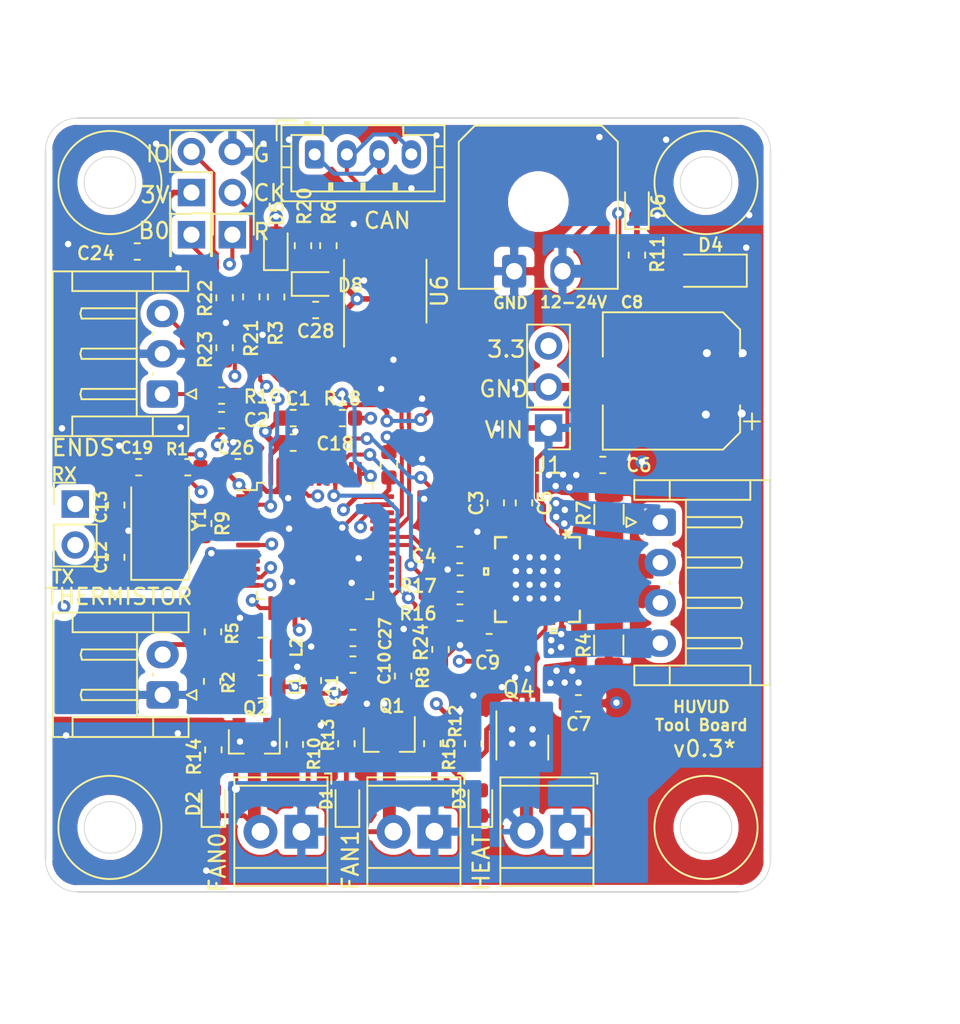
<source format=kicad_pcb>
(kicad_pcb (version 20171130) (host pcbnew "(5.1.5)-3")
  (layers (0 F.Cu signal) (1 In1.Cu signal) (2 In2.Cu signal) (31 B.Cu power) (34 B.Paste user) (35 F.Paste user) (36 B.SilkS user) (37 F.SilkS user) (38 B.Mask user hide) (39 F.Mask user) (44 Edge.Cuts user))
  (net 0 "")
  (net 1 GNDA)
  (net 2 GND)
  (net 3 ST_VS)
  (net 4 "Net-(C3-Pad1)")
  (net 5 "Net-(C4-Pad1)")
  (net 6 "Net-(C5-Pad1)")
  (net 7 "Net-(C5-Pad2)")
  (net 8 +3V3)
  (net 9 "Net-(C12-Pad2)")
  (net 10 "Net-(C13-Pad2)")
  (net 11 "Net-(D1-Pad1)")
  (net 12 "Net-(D1-Pad2)")
  (net 13 "Net-(D2-Pad1)")
  (net 14 "Net-(D2-Pad2)")
  (net 15 "Net-(D3-Pad2)")
  (net 16 "Net-(D3-Pad1)")
  (net 17 AREF)
  (net 18 THERM)
  (net 19 "Net-(R17-Pad1)")
  (net 20 ST_EN)
  (net 21 PARTFAN)
  (net 22 HEATERFAN)
  (net 23 HEATER)
  (net 24 ST_STEP)
  (net 25 ST_DIR)
  (net 26 ST_DIAG)
  (net 27 "Net-(D6-Pad1)")
  (net 28 "Net-(D8-Pad1)")
  (net 29 "Net-(J3-Pad2)")
  (net 30 SWCLK)
  (net 31 SWDIO)
  (net 32 "Net-(J10-Pad1)")
  (net 33 "Net-(J10-Pad2)")
  (net 34 "Net-(R6-Pad1)")
  (net 35 CANRX)
  (net 36 CANTX)
  (net 37 "Net-(D5-Pad1)")
  (net 38 ENDSTOP)
  (net 39 LED0)
  (net 40 BRA)
  (net 41 BRB)
  (net 42 "Net-(J9-Pad1)")
  (net 43 "Net-(J9-Pad2)")
  (net 44 "Net-(J9-Pad3)")
  (net 45 "Net-(J9-Pad4)")
  (net 46 /BOOT0)
  (net 47 /NRST)
  (net 48 UA1_TX)
  (net 49 UA1_RX)
  (net 50 ST_UART_TX)
  (net 51 ST_UART_RX)
  (module Connector_PinHeader_2.54mm:PinHeader_1x03_P2.54mm_Vertical (layer F.Cu) (at 214.2236 118.7196 180)
    (fp_text reference J1 (at 0 -2.33) (layer F.SilkS))
    (fp_text value SwReg)
    (pad 1 thru_hole rect (at 0 0 180) (size 1.7 1.7) (drill 1) (layers *.Cu *.Mask) (net 3 ST_VS))
    (pad 2 thru_hole oval (at 0 2.54 180) (size 1.7 1.7) (drill 1) (layers *.Cu *.Mask) (net 2 GND))
    (pad 3 thru_hole oval (at 0 5.08 180) (size 1.7 1.7) (drill 1) (layers *.Cu *.Mask) (net 8 +3V3))
  )
  (module Connector_JST:JST_PH_B4B-PH-K_1x04_P2.00mm_Vertical (layer F.Cu) (at 199.7075 101.7524)
    (fp_text reference J10 hide)
    (fp_text value Conn_01x04_Male)
    (pad 4 thru_hole oval (at 6 0) (size 1.2 1.75) (drill 0.75) (layers *.Cu *.Mask) (net 33 "Net-(J10-Pad2)"))
    (pad 3 thru_hole oval (at 4 0) (size 1.2 1.75) (drill 0.75) (layers *.Cu *.Mask) (net 32 "Net-(J10-Pad1)"))
    (pad 2 thru_hole oval (at 2 0) (size 1.2 1.75) (drill 0.75) (layers *.Cu *.Mask) (net 33 "Net-(J10-Pad2)"))
    (pad 1 thru_hole roundrect (at 0 0) (size 1.2 1.75) (drill 0.75) (layers *.Cu *.Mask) (roundrect_rratio 0.208333) (net 32 "Net-(J10-Pad1)"))
  )
  (module Huvud:DFN-8-1EP_3x3mm_P0.65mm_EP1.7x2.05mm (layer F.Cu) (at 212.598 137.795 270)
    (fp_text reference Q4 (at -2.8575 0.2286 180) (layer F.SilkS))
    (fp_text value AON7418)
    (pad 3 smd rect (at 0 0 270) (size 1.7 2.05) (layers F.Cu F.Mask) (net 16 "Net-(D3-Pad1)"))
    (pad 3 smd roundrect (at 1.45 -0.975 270) (size 0.8 0.3) (layers F.Cu F.Paste F.Mask) (net 16 "Net-(D3-Pad1)"))
    (pad 3 smd roundrect (at 1.45 -0.325 270) (size 0.8 0.3) (layers F.Cu F.Paste F.Mask) (net 16 "Net-(D3-Pad1)"))
    (pad 3 smd roundrect (at 1.45 0.325 270) (size 0.8 0.3) (layers F.Cu F.Paste F.Mask) (net 16 "Net-(D3-Pad1)"))
    (pad 3 smd roundrect (at 1.45 0.975 270) (size 0.8 0.3) (layers F.Cu F.Paste F.Mask) (net 16 "Net-(D3-Pad1)"))
    (pad 2 smd roundrect (at -1.45 0.975 270) (size 0.8 0.3) (layers F.Cu F.Paste F.Mask) (net 23 HEATER))
    (pad 1 smd roundrect (at -1.45 0.325 270) (size 0.8 0.3) (layers F.Cu F.Paste F.Mask) (net 2 GND))
    (pad 1 smd roundrect (at -1.45 -0.325 270) (size 0.8 0.3) (layers F.Cu F.Paste F.Mask) (net 2 GND))
    (pad 1 smd roundrect (at -1.45 -0.975 270) (size 0.8 0.3) (layers F.Cu F.Paste F.Mask) (net 2 GND))
  )
  (module LED_SMD:LED_0603_1608Metric (layer F.Cu) (at 219.71 104.902 90)
    (fp_text reference D6 (at -0.0635 1.3335 90) (layer F.SilkS) (effects (font (size 0.8 0.8))))
    (fp_text value LED)
    (pad 1 smd roundrect (at -0.7875 0 90) (size 0.875 0.95) (layers F.Cu F.Paste F.Mask) (net 27 "Net-(D6-Pad1)"))
    (pad 2 smd roundrect (at 0.7875 0 90) (size 0.875 0.95) (layers F.Cu F.Paste F.Mask) (net 3 ST_VS))
  )
  (module Capacitor_SMD:C_0603_1608Metric (layer F.Cu) (at 210.947 123.3678 90)
    (fp_text reference C3 (at -0.0127 -1.2065 90) (layer F.SilkS) (effects (font (size 0.8 0.8))))
    (fp_text value 100nF/50V)
    (pad 2 smd roundrect (at 0.7875 0 90) (size 0.875 0.95) (layers F.Cu F.Paste F.Mask) (net 3 ST_VS))
    (pad 1 smd roundrect (at -0.7875 0 90) (size 0.875 0.95) (layers F.Cu F.Paste F.Mask) (net 4 "Net-(C3-Pad1)"))
  )
  (module Capacitor_SMD:C_0603_1608Metric (layer F.Cu) (at 208.7118 126.6008 180)
    (fp_text reference C4 (at 2.2098 -0.0817) (layer F.SilkS) (effects (font (size 0.8 0.8))))
    (fp_text value 4.7uF)
    (pad 1 smd roundrect (at -0.7875 0 180) (size 0.875 0.95) (layers F.Cu F.Paste F.Mask) (net 5 "Net-(C4-Pad1)"))
    (pad 2 smd roundrect (at 0.7875 0 180) (size 0.875 0.95) (layers F.Cu F.Paste F.Mask) (net 2 GND))
  )
  (module Capacitor_SMD:C_0603_1608Metric (layer F.Cu) (at 212.6996 123.3678 90)
    (fp_text reference C5 (at -0.0127 1.2954 270) (layer F.SilkS) (effects (font (size 0.8 0.8))))
    (fp_text value 22nf/50V)
    (pad 1 smd roundrect (at -0.7875 0 90) (size 0.875 0.95) (layers F.Cu F.Paste F.Mask) (net 6 "Net-(C5-Pad1)"))
    (pad 2 smd roundrect (at 0.7875 0 90) (size 0.875 0.95) (layers F.Cu F.Paste F.Mask) (net 7 "Net-(C5-Pad2)"))
  )
  (module Capacitor_SMD:C_0603_1608Metric (layer F.Cu) (at 217.59164 121.0183)
    (fp_text reference C6 (at 2.24536 0.0127) (layer F.SilkS) (effects (font (size 0.8 0.8))))
    (fp_text value 100nf/50V)
    (pad 2 smd roundrect (at 0.7875 0) (size 0.875 0.95) (layers F.Cu F.Paste F.Mask) (net 2 GND))
    (pad 1 smd roundrect (at -0.7875 0) (size 0.875 0.95) (layers F.Cu F.Paste F.Mask) (net 3 ST_VS))
  )
  (module Capacitor_SMD:C_0603_1608Metric (layer F.Cu) (at 216.0778 135.8011)
    (fp_text reference C7 (at 0.0127 1.2954 180) (layer F.SilkS) (effects (font (size 0.8 0.8))))
    (fp_text value 100nf/50V)
    (pad 2 smd roundrect (at 0.7875 0) (size 0.875 0.95) (layers F.Cu F.Paste F.Mask) (net 2 GND))
    (pad 1 smd roundrect (at -0.7875 0) (size 0.875 0.95) (layers F.Cu F.Paste F.Mask) (net 3 ST_VS))
  )
  (module Capacitor_SMD:CP_Elec_8x10 (layer F.Cu) (at 221.85376 115.80622 180)
    (fp_text reference C8 (at 2.4513 4.8832) (layer F.SilkS) (effects (font (size 0.7 0.7))))
    (fp_text value 100uF/50V)
    (pad 1 smd roundrect (at -3.25 0 180) (size 3.5 2.5) (layers F.Cu F.Paste F.Mask) (roundrect_rratio 0.1) (net 3 ST_VS))
    (pad 2 smd roundrect (at 3.25 0 180) (size 3.5 2.5) (layers F.Cu F.Paste F.Mask) (roundrect_rratio 0.1) (net 2 GND))
  )
  (module Capacitor_SMD:C_0603_1608Metric (layer F.Cu) (at 210.5406 132.0096)
    (fp_text reference C9 (at -0.1016 1.2769) (layer F.SilkS) (effects (font (size 0.8 0.8))))
    (fp_text value 100nF/50V)
    (pad 2 smd roundrect (at 0.7875 0) (size 0.875 0.95) (layers F.Cu F.Paste F.Mask) (net 8 +3V3))
    (pad 1 smd roundrect (at -0.7875 0) (size 0.875 0.95) (layers F.Cu F.Paste F.Mask) (net 2 GND))
  )
  (module Capacitor_SMD:C_0603_1608Metric (layer F.Cu) (at 202.0824 133.4008 180)
    (fp_text reference C10 (at -1.9558 -0.2286 90) (layer F.SilkS) (effects (font (size 0.7 0.7))))
    (fp_text value 0.1uF)
    (pad 1 smd roundrect (at -0.7875 0 180) (size 0.875 0.95) (layers F.Cu F.Paste F.Mask) (net 8 +3V3))
    (pad 2 smd roundrect (at 0.7875 0 180) (size 0.875 0.95) (layers F.Cu F.Paste F.Mask) (net 2 GND))
  )
  (module Capacitor_SMD:C_0603_1608Metric (layer F.Cu) (at 199.5932 134.3915 270)
    (fp_text reference C11 (at 0.673 -1.1938 90) (layer F.SilkS) (effects (font (size 0.7 0.7))))
    (fp_text value 0.1uF)
    (pad 1 smd roundrect (at -0.7875 0 270) (size 0.875 0.95) (layers F.Cu F.Paste F.Mask) (net 2 GND))
    (pad 2 smd roundrect (at 0.7875 0 270) (size 0.875 0.95) (layers F.Cu F.Paste F.Mask) (net 8 +3V3))
  )
  (module Capacitor_SMD:C_0603_1608Metric (layer F.Cu) (at 187.3885 126.746 270)
    (fp_text reference C12 (at 0 0.9525 90) (layer F.SilkS) (effects (font (size 0.7 0.7))))
    (fp_text value 22pF)
    (pad 2 smd roundrect (at 0.7875 0 270) (size 0.875 0.95) (layers F.Cu F.Paste F.Mask) (net 9 "Net-(C12-Pad2)"))
    (pad 1 smd roundrect (at -0.7875 0 270) (size 0.875 0.95) (layers F.Cu F.Paste F.Mask) (net 2 GND))
  )
  (module Capacitor_SMD:C_0603_1608Metric (layer F.Cu) (at 187.3885 123.5075 90)
    (fp_text reference C13 (at -0.127 -0.9525 90) (layer F.SilkS) (effects (font (size 0.7 0.7))))
    (fp_text value 22pF)
    (pad 2 smd roundrect (at 0.7875 0 90) (size 0.875 0.95) (layers F.Cu F.Paste F.Mask) (net 10 "Net-(C13-Pad2)"))
    (pad 1 smd roundrect (at -0.7875 0 90) (size 0.875 0.95) (layers F.Cu F.Paste F.Mask) (net 2 GND))
  )
  (module Capacitor_SMD:C_0603_1608Metric (layer F.Cu) (at 204.3176 121.0056 90)
    (fp_text reference C17 hide)
    (fp_text value 0.1uF)
    (pad 2 smd roundrect (at 0.7875 0 90) (size 0.875 0.95) (layers F.Cu F.Paste F.Mask) (net 2 GND))
    (pad 1 smd roundrect (at -0.7875 0 90) (size 0.875 0.95) (layers F.Cu F.Paste F.Mask) (net 8 +3V3))
  )
  (module Capacitor_SMD:C_0603_1608Metric (layer F.Cu) (at 198.374 119.634)
    (fp_text reference C18 (at 2.6035 0.0635) (layer F.SilkS) (effects (font (size 0.8 0.8))))
    (fp_text value 0.1uF)
    (pad 1 smd roundrect (at -0.7875 0) (size 0.875 0.95) (layers F.Cu F.Paste F.Mask) (net 8 +3V3))
    (pad 2 smd roundrect (at 0.7875 0) (size 0.875 0.95) (layers F.Cu F.Paste F.Mask) (net 2 GND))
  )
  (module Capacitor_SMD:C_0603_1608Metric (layer F.Cu) (at 188.7855 121.158)
    (fp_text reference C19 (at -0.127 -1.2065) (layer F.SilkS) (effects (font (size 0.7 0.7))))
    (fp_text value 0.1uF)
    (pad 1 smd roundrect (at -0.7875 0) (size 0.875 0.95) (layers F.Cu F.Paste F.Mask) (net 2 GND))
    (pad 2 smd roundrect (at 0.7875 0) (size 0.875 0.95) (layers F.Cu F.Paste F.Mask) (net 47 /NRST))
  )
  (module LED_SMD:LED_0603_1608Metric (layer F.Cu) (at 201.7395 141.986 90)
    (fp_text reference D1 (at 0.254 -1.3081 90) (layer F.SilkS) (effects (font (size 0.7 0.7))))
    (fp_text value LED)
    (pad 1 smd roundrect (at -0.7875 0 90) (size 0.875 0.95) (layers F.Cu F.Paste F.Mask) (net 11 "Net-(D1-Pad1)"))
    (pad 2 smd roundrect (at 0.7875 0 90) (size 0.875 0.95) (layers F.Cu F.Paste F.Mask) (net 12 "Net-(D1-Pad2)"))
  )
  (module LED_SMD:LED_0603_1608Metric (layer F.Cu) (at 193.421 141.986 90)
    (fp_text reference D2 (at -0.0508 -1.2446 90) (layer F.SilkS) (effects (font (size 0.8 0.8))))
    (fp_text value LED)
    (pad 1 smd roundrect (at -0.7875 0 90) (size 0.875 0.95) (layers F.Cu F.Paste F.Mask) (net 13 "Net-(D2-Pad1)"))
    (pad 2 smd roundrect (at 0.7875 0 90) (size 0.875 0.95) (layers F.Cu F.Paste F.Mask) (net 14 "Net-(D2-Pad2)"))
  )
  (module LED_SMD:LED_0603_1608Metric (layer F.Cu) (at 209.9945 141.986 90)
    (fp_text reference D3 (at 0.27686 -1.3081 90) (layer F.SilkS) (effects (font (size 0.7 0.7))))
    (fp_text value LED)
    (pad 2 smd roundrect (at 0.7875 0 90) (size 0.875 0.95) (layers F.Cu F.Paste F.Mask) (net 15 "Net-(D3-Pad2)"))
    (pad 1 smd roundrect (at -0.7875 0 90) (size 0.875 0.95) (layers F.Cu F.Paste F.Mask) (net 16 "Net-(D3-Pad1)"))
  )
  (module Connector_JST:JST_EH_S2B-EH_1x02_P2.50mm_Horizontal (layer F.Cu) (at 190.2714 135.2804 90)
    (fp_text reference J3 hide)
    (fp_text value HeaterThermistor)
    (pad 1 thru_hole roundrect (at 0 0 90) (size 1.7 2) (drill 1) (layers *.Cu *.Mask) (roundrect_rratio 0.147059) (net 1 GNDA))
    (pad 2 thru_hole oval (at 2.5 0 90) (size 1.7 2) (drill 1) (layers *.Cu *.Mask) (net 29 "Net-(J3-Pad2)"))
  )
  (module Connector_Molex:Molex_Micro-Fit_3.0_43650-0200_1x02_P3.00mm_Horizontal (layer F.Cu) (at 212.09 109)
    (fp_text reference J8 hide)
    (fp_text value Conn_01x02)
    (pad "" np_thru_hole circle (at 1.5 -4.32) (size 3 3) (drill 3) (layers *.Cu *.Mask))
    (pad 1 thru_hole roundrect (at 0 0) (size 1.5 2.02) (drill 1.02) (layers *.Cu *.Mask) (roundrect_rratio 0.166667) (net 2 GND))
    (pad 2 thru_hole oval (at 3 0) (size 1.5 2.02) (drill 1.02) (layers *.Cu *.Mask) (net 3 ST_VS))
  )
  (module Connector_JST:JST_EH_S4B-EH_1x04_P2.50mm_Horizontal (layer F.Cu) (at 221.1578 124.5688 270)
    (fp_text reference J9 hide)
    (fp_text value Stepper)
    (pad 1 thru_hole roundrect (at 0 0 270) (size 1.7 1.95) (drill 0.95) (layers *.Cu *.Mask) (roundrect_rratio 0.147059) (net 42 "Net-(J9-Pad1)"))
    (pad 2 thru_hole oval (at 2.5 0 270) (size 1.7 1.95) (drill 0.95) (layers *.Cu *.Mask) (net 43 "Net-(J9-Pad2)"))
    (pad 3 thru_hole oval (at 5 0 270) (size 1.7 1.95) (drill 0.95) (layers *.Cu *.Mask) (net 44 "Net-(J9-Pad3)"))
    (pad 4 thru_hole oval (at 7.5 0 270) (size 1.7 1.95) (drill 0.95) (layers *.Cu *.Mask) (net 45 "Net-(J9-Pad4)"))
  )
  (module Package_TO_SOT_SMD:SOT-23 (layer F.Cu) (at 204.343 138.049 270)
    (fp_text reference Q1 (at -2.0828 -0.1524 180) (layer F.SilkS) (effects (font (size 0.8 0.8))))
    (fp_text value AO3400A)
    (pad 3 smd rect (at 1 0 270) (size 0.9 0.8) (layers F.Cu F.Paste F.Mask) (net 11 "Net-(D1-Pad1)"))
    (pad 2 smd rect (at -1 0.95 270) (size 0.9 0.8) (layers F.Cu F.Paste F.Mask) (net 2 GND))
    (pad 1 smd rect (at -1 -0.95 270) (size 0.9 0.8) (layers F.Cu F.Paste F.Mask) (net 21 PARTFAN))
  )
  (module Package_TO_SOT_SMD:SOT-23 (layer F.Cu) (at 195.961 138.16 270)
    (fp_text reference Q2 (at -2.0414 -0.1016) (layer F.SilkS) (effects (font (size 0.8 0.8))))
    (fp_text value AO3400A)
    (pad 1 smd rect (at -1 -0.95 270) (size 0.9 0.8) (layers F.Cu F.Paste F.Mask) (net 22 HEATERFAN))
    (pad 2 smd rect (at -1 0.95 270) (size 0.9 0.8) (layers F.Cu F.Paste F.Mask) (net 2 GND))
    (pad 3 smd rect (at 1 0 270) (size 0.9 0.8) (layers F.Cu F.Paste F.Mask) (net 13 "Net-(D2-Pad1)"))
  )
  (module Resistor_SMD:R_0603_1608Metric (layer F.Cu) (at 191.8335 121.158)
    (fp_text reference R1 (at -0.6731 -1.1176) (layer F.SilkS) (effects (font (size 0.7 0.7))))
    (fp_text value 4.7k)
    (pad 2 smd roundrect (at 0.7875 0) (size 0.875 0.95) (layers F.Cu F.Paste F.Mask) (net 47 /NRST))
    (pad 1 smd roundrect (at -0.7875 0) (size 0.875 0.95) (layers F.Cu F.Paste F.Mask) (net 8 +3V3))
  )
  (module Resistor_SMD:R_0603_1608Metric (layer F.Cu) (at 193.3448 134.4423 90)
    (fp_text reference R2 (at -0.0761 1.016 90) (layer F.SilkS) (effects (font (size 0.7 0.7))))
    (fp_text value "4.7k 1%")
    (pad 1 smd roundrect (at -0.7875 0 90) (size 0.875 0.95) (layers F.Cu F.Paste F.Mask) (net 29 "Net-(J3-Pad2)"))
    (pad 2 smd roundrect (at 0.7875 0 90) (size 0.875 0.95) (layers F.Cu F.Paste F.Mask) (net 17 AREF))
  )
  (module Resistor_SMD:R_0603_1608Metric (layer F.Cu) (at 193.3956 131.3688 270)
    (fp_text reference R5 (at 0.1015 -1.1938 90) (layer F.SilkS) (effects (font (size 0.7 0.7))))
    (fp_text value 10k)
    (pad 2 smd roundrect (at 0.7875 0 270) (size 0.875 0.95) (layers F.Cu F.Paste F.Mask) (net 29 "Net-(J3-Pad2)"))
    (pad 1 smd roundrect (at -0.7875 0 270) (size 0.875 0.95) (layers F.Cu F.Paste F.Mask) (net 18 THERM))
  )
  (module Resistor_SMD:R_0603_1608Metric (layer F.Cu) (at 205.2 134.112 270)
    (fp_text reference R8 (at 0.1016 -1.2192 90) (layer F.SilkS) (effects (font (size 0.7 0.7))))
    (fp_text value 10k)
    (pad 2 smd roundrect (at 0.7875 0 270) (size 0.875 0.95) (layers F.Cu F.Paste F.Mask) (net 21 PARTFAN))
    (pad 1 smd roundrect (at -0.7875 0 270) (size 0.875 0.95) (layers F.Cu F.Paste F.Mask) (net 2 GND))
  )
  (module Resistor_SMD:R_0603_1608Metric (layer F.Cu) (at 192.786 124.6505 90)
    (fp_text reference R9 (at -0.0001 1.2065 90) (layer F.SilkS) (effects (font (size 0.8 0.8))))
    (fp_text value 1M)
    (pad 1 smd roundrect (at -0.7875 0 90) (size 0.875 0.95) (layers F.Cu F.Paste F.Mask) (net 9 "Net-(C12-Pad2)"))
    (pad 2 smd roundrect (at 0.7875 0 90) (size 0.875 0.95) (layers F.Cu F.Paste F.Mask) (net 10 "Net-(C13-Pad2)"))
  )
  (module Resistor_SMD:R_0603_1608Metric (layer F.Cu) (at 198.4756 138.3539 90)
    (fp_text reference R10 (at -0.5841 1.1938 270) (layer F.SilkS) (effects (font (size 0.7 0.7))))
    (fp_text value 10k)
    (pad 2 smd roundrect (at 0.7875 0 90) (size 0.875 0.95) (layers F.Cu F.Paste F.Mask) (net 22 HEATERFAN))
    (pad 1 smd roundrect (at -0.7875 0 90) (size 0.875 0.95) (layers F.Cu F.Paste F.Mask) (net 2 GND))
  )
  (module Resistor_SMD:R_0603_1608Metric (layer F.Cu) (at 209.55 138.303 270)
    (fp_text reference R12 (at -1.38938 1.10998 90) (layer F.SilkS) (effects (font (size 0.7 0.7))))
    (fp_text value 10k)
    (pad 1 smd roundrect (at -0.7875 0 270) (size 0.875 0.95) (layers F.Cu F.Paste F.Mask) (net 2 GND))
    (pad 2 smd roundrect (at 0.7875 0 270) (size 0.875 0.95) (layers F.Cu F.Paste F.Mask) (net 23 HEATER))
  )
  (module Resistor_SMD:R_0603_1608Metric (layer F.Cu) (at 201.676 138.303 270)
    (fp_text reference R13 (at -0.5334 1.143 90) (layer F.SilkS) (effects (font (size 0.7 0.7))))
    (fp_text value 6.8k)
    (pad 1 smd roundrect (at -0.7875 0 270) (size 0.875 0.95) (layers F.Cu F.Paste F.Mask) (net 3 ST_VS))
    (pad 2 smd roundrect (at 0.7875 0 270) (size 0.875 0.95) (layers F.Cu F.Paste F.Mask) (net 12 "Net-(D1-Pad2)"))
  )
  (module Resistor_SMD:R_0603_1608Metric (layer F.Cu) (at 193.421 138.684 270)
    (fp_text reference R14 (at 0.4318 1.1938 90) (layer F.SilkS) (effects (font (size 0.8 0.8))))
    (fp_text value 6.8k)
    (pad 2 smd roundrect (at 0.7875 0 270) (size 0.875 0.95) (layers F.Cu F.Paste F.Mask) (net 14 "Net-(D2-Pad2)"))
    (pad 1 smd roundrect (at -0.7875 0 270) (size 0.875 0.95) (layers F.Cu F.Paste F.Mask) (net 3 ST_VS))
  )
  (module Resistor_SMD:R_0603_1608Metric (layer F.Cu) (at 207.01 138.303 90)
    (fp_text reference R15 (at -0.65024 1.04648 90) (layer F.SilkS) (effects (font (size 0.7 0.7))))
    (fp_text value 6.8k)
    (pad 1 smd roundrect (at -0.7875 0 90) (size 0.875 0.95) (layers F.Cu F.Paste F.Mask) (net 3 ST_VS))
    (pad 2 smd roundrect (at 0.7875 0 90) (size 0.875 0.95) (layers F.Cu F.Paste F.Mask) (net 15 "Net-(D3-Pad2)"))
  )
  (module Resistor_SMD:R_0603_1608Metric (layer F.Cu) (at 208.7373 128.3788 180)
    (fp_text reference R17 (at 2.6163 -0.1452 180) (layer F.SilkS) (effects (font (size 0.8 0.8))))
    (fp_text value 20k)
    (pad 1 smd roundrect (at -0.7875 0 180) (size 0.875 0.95) (layers F.Cu F.Paste F.Mask) (net 19 "Net-(R17-Pad1)"))
    (pad 2 smd roundrect (at 0.7875 0 180) (size 0.875 0.95) (layers F.Cu F.Paste F.Mask) (net 2 GND))
  )
  (module Resistor_SMD:R_0603_1608Metric (layer F.Cu) (at 201.422 118.11 180)
    (fp_text reference R18 (at 0 1.2065) (layer F.SilkS) (effects (font (size 0.8 0.8))))
    (fp_text value 20k)
    (pad 2 smd roundrect (at 0.7875 0 180) (size 0.875 0.95) (layers F.Cu F.Paste F.Mask) (net 20 ST_EN))
    (pad 1 smd roundrect (at -0.7875 0 180) (size 0.875 0.95) (layers F.Cu F.Paste F.Mask) (net 8 +3V3))
  )
  (module TMC2209:TMC2209-LA (layer F.Cu) (at 213.5378 128.1248 270)
    (fp_text reference U2 hide)
    (fp_text value TMC2209-LA hide)
    (fp_text user * (at -2.8067 -2.131 90) (layer F.SilkS))
    (fp_text user * (at -2.8067 -2.131 90) (layer F.SilkS))
    (pad 1 smd rect (at -2.4257 -1.5) (size 0.2032 0.762) (layers F.Cu F.Paste F.Mask) (net 42 "Net-(J9-Pad1)"))
    (pad 2 smd rect (at -2.4257 -1.000001) (size 0.2032 0.762) (layers F.Cu F.Paste F.Mask) (net 20 ST_EN))
    (pad 3 smd rect (at -2.4257 -0.499999) (size 0.2032 0.762) (layers F.Cu F.Paste F.Mask) (net 2 GND))
    (pad 4 smd rect (at -2.4257 0) (size 0.2032 0.762) (layers F.Cu F.Paste F.Mask) (net 7 "Net-(C5-Pad2)"))
    (pad 5 smd rect (at -2.4257 0.499999) (size 0.2032 0.762) (layers F.Cu F.Paste F.Mask) (net 6 "Net-(C5-Pad1)"))
    (pad 6 smd rect (at -2.4257 1.000001) (size 0.2032 0.762) (layers F.Cu F.Paste F.Mask) (net 4 "Net-(C3-Pad1)"))
    (pad 7 smd rect (at -2.4257 1.5) (size 0.2032 0.762) (layers F.Cu F.Paste F.Mask) (net 2 GND))
    (pad 8 smd rect (at -1.5 2.4257 270) (size 0.2032 0.762) (layers F.Cu F.Paste F.Mask) (net 5 "Net-(C4-Pad1)"))
    (pad 9 smd rect (at -1.000001 2.4257 270) (size 0.2032 0.762) (layers F.Cu F.Paste F.Mask) (net 2 GND))
    (pad 10 smd rect (at -0.499999 2.4257 270) (size 0.2032 0.762) (layers F.Cu F.Paste F.Mask) (net 2 GND))
    (pad 11 smd rect (at 0 2.4257 270) (size 0.2032 0.762) (layers F.Cu F.Paste F.Mask) (net 26 ST_DIAG))
    (pad 12 smd rect (at 0.499999 2.4257 270) (size 0.2032 0.762) (layers F.Cu F.Paste F.Mask))
    (pad 13 smd rect (at 1.000001 2.4257 270) (size 0.2032 0.762) (layers F.Cu F.Paste F.Mask) (net 19 "Net-(R17-Pad1)"))
    (pad 14 smd rect (at 1.5 2.4257 270) (size 0.2032 0.762) (layers F.Cu F.Paste F.Mask) (net 51 ST_UART_RX))
    (pad 15 smd rect (at 2.4257 1.5) (size 0.2032 0.762) (layers F.Cu F.Paste F.Mask) (net 8 +3V3))
    (pad 16 smd rect (at 2.4257 1.000001) (size 0.2032 0.762) (layers F.Cu F.Paste F.Mask) (net 24 ST_STEP))
    (pad 17 smd rect (at 2.4257 0.499999) (size 0.2032 0.762) (layers F.Cu F.Paste F.Mask))
    (pad 18 smd rect (at 2.4257 0) (size 0.2032 0.762) (layers F.Cu F.Paste F.Mask) (net 2 GND))
    (pad 19 smd rect (at 2.4257 -0.499999) (size 0.2032 0.762) (layers F.Cu F.Paste F.Mask) (net 25 ST_DIR))
    (pad 20 smd rect (at 2.4257 -1.000001) (size 0.2032 0.762) (layers F.Cu F.Paste F.Mask) (net 2 GND))
    (pad 21 smd rect (at 2.4257 -1.5) (size 0.2032 0.762) (layers F.Cu F.Paste F.Mask) (net 45 "Net-(J9-Pad4)"))
    (pad 22 smd rect (at 1.5 -2.4257 270) (size 0.2032 0.762) (layers F.Cu F.Paste F.Mask) (net 3 ST_VS))
    (pad 23 smd rect (at 1.000001 -2.4257 270) (size 0.2032 0.762) (layers F.Cu F.Paste F.Mask) (net 40 BRA))
    (pad 24 smd rect (at 0.499999 -2.4257 270) (size 0.2032 0.762) (layers F.Cu F.Paste F.Mask) (net 44 "Net-(J9-Pad3)"))
    (pad 25 smd rect (at 0 -2.4257 270) (size 0.2032 0.762) (layers F.Cu F.Paste F.Mask))
    (pad 26 smd rect (at -0.499999 -2.4257 270) (size 0.2032 0.762) (layers F.Cu F.Paste F.Mask) (net 43 "Net-(J9-Pad2)"))
    (pad 27 smd rect (at -1.000001 -2.4257 270) (size 0.2032 0.762) (layers F.Cu F.Paste F.Mask) (net 41 BRB))
    (pad 28 smd rect (at -1.5 -2.4257 270) (size 0.2032 0.762) (layers F.Cu F.Paste F.Mask) (net 3 ST_VS))
    (pad 29 smd rect (at 0 0 270) (size 3.8 3.8) (layers F.Cu F.Paste F.Mask) (net 2 GND))
  )
  (module Crystal:Crystal_SMD_5032-2Pin_5.0x3.2mm (layer F.Cu) (at 190.119 125.095 90)
    (fp_text reference Y1 (at 0.6985 2.413 90) (layer F.SilkS) (effects (font (size 0.8 0.8))))
    (fp_text value 8Mhz)
    (pad 1 smd rect (at -1.85 0 90) (size 2 2.4) (layers F.Cu F.Paste F.Mask) (net 9 "Net-(C12-Pad2)"))
    (pad 2 smd rect (at 1.85 0 90) (size 2 2.4) (layers F.Cu F.Paste F.Mask) (net 10 "Net-(C13-Pad2)"))
  )
  (module LED_SMD:LED_0603_1608Metric (layer F.Cu) (at 199.771 109.7915)
    (fp_text reference D8 (at 2.159 0.0762) (layer F.SilkS) (effects (font (size 0.8 0.8))))
    (fp_text value LED)
    (pad 1 smd roundrect (at -0.7875 0) (size 0.875 0.95) (layers F.Cu F.Paste F.Mask) (net 28 "Net-(D8-Pad1)"))
    (pad 2 smd roundrect (at 0.7875 0) (size 0.875 0.95) (layers F.Cu F.Paste F.Mask) (net 8 +3V3))
  )
  (module Resistor_SMD:R_0603_1608Metric (layer F.Cu) (at 219.71 108 270)
    (fp_text reference R11 (at -0.0635 -1.27 90) (layer F.SilkS) (effects (font (size 0.8 0.8))))
    (fp_text value 6.8k)
    (pad 1 smd roundrect (at -0.7875 0 270) (size 0.875 0.95) (layers F.Cu F.Paste F.Mask) (net 27 "Net-(D6-Pad1)"))
    (pad 2 smd roundrect (at 0.7875 0 270) (size 0.875 0.95) (layers F.Cu F.Paste F.Mask) (net 2 GND))
  )
  (module Resistor_SMD:R_0603_1608Metric (layer F.Cu) (at 198.9836 107.4166 90)
    (fp_text reference R20 (at 2.4511 0.0889 270) (layer F.SilkS) (effects (font (size 0.8 0.8))))
    (fp_text value 2.2k)
    (pad 1 smd roundrect (at -0.7875 0 90) (size 0.875 0.95) (layers F.Cu F.Paste F.Mask) (net 28 "Net-(D8-Pad1)"))
    (pad 2 smd roundrect (at 0.7875 0 90) (size 0.875 0.95) (layers F.Cu F.Paste F.Mask) (net 2 GND))
  )
  (module Capacitor_SMD:C_0603_1608Metric (layer F.Cu) (at 198.374 118.11)
    (fp_text reference C1 (at 0.3175 -1.2065) (layer F.SilkS) (effects (font (size 0.8 0.8))))
    (fp_text value 4.7uF)
    (pad 1 smd roundrect (at -0.7875 0) (size 0.875 0.95) (layers F.Cu F.Paste F.Mask) (net 8 +3V3))
    (pad 2 smd roundrect (at 0.7875 0) (size 0.875 0.95) (layers F.Cu F.Paste F.Mask) (net 2 GND))
  )
  (module Capacitor_SMD:C_0603_1608Metric (layer F.Cu) (at 188.6966 107.77728 180)
    (fp_text reference C24 (at 2.5781 -0.10922) (layer F.SilkS) (effects (font (size 0.8 0.8))))
    (fp_text value 0.1uF)
    (pad 1 smd roundrect (at -0.7875 0 180) (size 0.875 0.95) (layers F.Cu F.Paste F.Mask) (net 8 +3V3))
    (pad 2 smd roundrect (at 0.7875 0 180) (size 0.875 0.95) (layers F.Cu F.Paste F.Mask) (net 2 GND))
  )
  (module Resistor_SMD:R_0603_1608Metric (layer F.Cu) (at 195.77304 110.5916 90)
    (fp_text reference R21 (at -2.5654 -0.00254 90) (layer F.SilkS) (effects (font (size 0.8 0.8))))
    (fp_text value 10k)
    (pad 1 smd roundrect (at -0.7875 0 90) (size 0.875 0.95) (layers F.Cu F.Paste F.Mask) (net 2 GND))
    (pad 2 smd roundrect (at 0.7875 0 90) (size 0.875 0.95) (layers F.Cu F.Paste F.Mask) (net 30 SWCLK))
  )
  (module Resistor_SMD:R_0603_1608Metric (layer F.Cu) (at 194.11442 110.64748 90)
    (fp_text reference R22 (at -0.03302 -1.20142 90) (layer F.SilkS) (effects (font (size 0.8 0.8))))
    (fp_text value 10k)
    (pad 2 smd roundrect (at 0.7875 0 90) (size 0.875 0.95) (layers F.Cu F.Paste F.Mask) (net 31 SWDIO))
    (pad 1 smd roundrect (at -0.7875 0 90) (size 0.875 0.95) (layers F.Cu F.Paste F.Mask) (net 2 GND))
  )
  (module Resistor_SMD:R_0603_1608Metric (layer F.Cu) (at 194.11442 113.74882 270)
    (fp_text reference R23 (at 0.10668 1.20142 90) (layer F.SilkS) (effects (font (size 0.8 0.8))))
    (fp_text value 10k)
    (pad 1 smd roundrect (at -0.7875 0 270) (size 0.875 0.95) (layers F.Cu F.Paste F.Mask) (net 2 GND))
    (pad 2 smd roundrect (at 0.7875 0 270) (size 0.875 0.95) (layers F.Cu F.Paste F.Mask) (net 46 /BOOT0))
  )
  (module Capacitor_SMD:C_0603_1608Metric (layer F.Cu) (at 194.945 121.158)
    (fp_text reference C26 (at -0.127 -1.2065) (layer F.SilkS) (effects (font (size 0.8 0.8))))
    (fp_text value 0.1uF)
    (pad 1 smd roundrect (at -0.7875 0) (size 0.875 0.95) (layers F.Cu F.Paste F.Mask) (net 8 +3V3))
    (pad 2 smd roundrect (at 0.7875 0) (size 0.875 0.95) (layers F.Cu F.Paste F.Mask) (net 2 GND))
  )
  (module Capacitor_SMD:C_0603_1608Metric (layer F.Cu) (at 202.0824 131.7498 180)
    (fp_text reference C27 (at -2.0066 0.254 90) (layer F.SilkS) (effects (font (size 0.7 0.7))))
    (fp_text value 4.7uF)
    (pad 1 smd roundrect (at -0.7875 0 180) (size 0.875 0.95) (layers F.Cu F.Paste F.Mask) (net 8 +3V3))
    (pad 2 smd roundrect (at 0.7875 0 180) (size 0.875 0.95) (layers F.Cu F.Paste F.Mask) (net 2 GND))
  )
  (module Package_QFP:LQFP-48_7x7mm_P0.5mm (layer F.Cu) (at 199.7336 125.7331)
    (fp_text reference U5 hide)
    (fp_text value STM32F042C6T6)
    (pad 1 smd roundrect (at -4.1625 -2.75) (size 1.475 0.3) (layers F.Cu F.Paste F.Mask) (net 8 +3V3))
    (pad 2 smd roundrect (at -4.1625 -2.25) (size 1.475 0.3) (layers F.Cu F.Paste F.Mask) (net 39 LED0))
    (pad 3 smd roundrect (at -4.1625 -1.75) (size 1.475 0.3) (layers F.Cu F.Paste F.Mask))
    (pad 4 smd roundrect (at -4.1625 -1.25) (size 1.475 0.3) (layers F.Cu F.Paste F.Mask))
    (pad 5 smd roundrect (at -4.1625 -0.75) (size 1.475 0.3) (layers F.Cu F.Paste F.Mask) (net 10 "Net-(C13-Pad2)"))
    (pad 6 smd roundrect (at -4.1625 -0.25) (size 1.475 0.3) (layers F.Cu F.Paste F.Mask) (net 9 "Net-(C12-Pad2)"))
    (pad 7 smd roundrect (at -4.1625 0.25) (size 1.475 0.3) (layers F.Cu F.Paste F.Mask) (net 47 /NRST))
    (pad 8 smd roundrect (at -4.1625 0.75) (size 1.475 0.3) (layers F.Cu F.Paste F.Mask) (net 1 GNDA))
    (pad 9 smd roundrect (at -4.1625 1.25) (size 1.475 0.3) (layers F.Cu F.Paste F.Mask) (net 17 AREF))
    (pad 10 smd roundrect (at -4.1625 1.75) (size 1.475 0.3) (layers F.Cu F.Paste F.Mask) (net 18 THERM))
    (pad 11 smd roundrect (at -4.1625 2.25) (size 1.475 0.3) (layers F.Cu F.Paste F.Mask) (net 38 ENDSTOP))
    (pad 12 smd roundrect (at -4.1625 2.75) (size 1.475 0.3) (layers F.Cu F.Paste F.Mask) (net 48 UA1_TX))
    (pad 13 smd roundrect (at -2.75 4.1625) (size 0.3 1.475) (layers F.Cu F.Paste F.Mask) (net 49 UA1_RX))
    (pad 14 smd roundrect (at -2.25 4.1625) (size 0.3 1.475) (layers F.Cu F.Paste F.Mask))
    (pad 15 smd roundrect (at -1.75 4.1625) (size 0.3 1.475) (layers F.Cu F.Paste F.Mask))
    (pad 16 smd roundrect (at -1.25 4.1625) (size 0.3 1.475) (layers F.Cu F.Paste F.Mask) (net 23 HEATER))
    (pad 17 smd roundrect (at -0.75 4.1625) (size 0.3 1.475) (layers F.Cu F.Paste F.Mask) (net 22 HEATERFAN))
    (pad 18 smd roundrect (at -0.25 4.1625) (size 0.3 1.475) (layers F.Cu F.Paste F.Mask))
    (pad 19 smd roundrect (at 0.25 4.1625) (size 0.3 1.475) (layers F.Cu F.Paste F.Mask))
    (pad 20 smd roundrect (at 0.75 4.1625) (size 0.3 1.475) (layers F.Cu F.Paste F.Mask))
    (pad 21 smd roundrect (at 1.25 4.1625) (size 0.3 1.475) (layers F.Cu F.Paste F.Mask))
    (pad 22 smd roundrect (at 1.75 4.1625) (size 0.3 1.475) (layers F.Cu F.Paste F.Mask))
    (pad 23 smd roundrect (at 2.25 4.1625) (size 0.3 1.475) (layers F.Cu F.Paste F.Mask) (net 2 GND))
    (pad 24 smd roundrect (at 2.75 4.1625) (size 0.3 1.475) (layers F.Cu F.Paste F.Mask) (net 8 +3V3))
    (pad 25 smd roundrect (at 4.1625 2.75) (size 1.475 0.3) (layers F.Cu F.Paste F.Mask))
    (pad 26 smd roundrect (at 4.1625 2.25) (size 1.475 0.3) (layers F.Cu F.Paste F.Mask))
    (pad 27 smd roundrect (at 4.1625 1.75) (size 1.475 0.3) (layers F.Cu F.Paste F.Mask))
    (pad 28 smd roundrect (at 4.1625 1.25) (size 1.475 0.3) (layers F.Cu F.Paste F.Mask))
    (pad 29 smd roundrect (at 4.1625 0.75) (size 1.475 0.3) (layers F.Cu F.Paste F.Mask) (net 21 PARTFAN))
    (pad 30 smd roundrect (at 4.1625 0.25) (size 1.475 0.3) (layers F.Cu F.Paste F.Mask) (net 50 ST_UART_TX))
    (pad 31 smd roundrect (at 4.1625 -0.25) (size 1.475 0.3) (layers F.Cu F.Paste F.Mask) (net 51 ST_UART_RX))
    (pad 32 smd roundrect (at 4.1625 -0.75) (size 1.475 0.3) (layers F.Cu F.Paste F.Mask) (net 35 CANRX))
    (pad 33 smd roundrect (at 4.1625 -1.25) (size 1.475 0.3) (layers F.Cu F.Paste F.Mask) (net 36 CANTX))
    (pad 34 smd roundrect (at 4.1625 -1.75) (size 1.475 0.3) (layers F.Cu F.Paste F.Mask) (net 31 SWDIO))
    (pad 35 smd roundrect (at 4.1625 -2.25) (size 1.475 0.3) (layers F.Cu F.Paste F.Mask) (net 2 GND))
    (pad 36 smd roundrect (at 4.1625 -2.75) (size 1.475 0.3) (layers F.Cu F.Paste F.Mask) (net 8 +3V3))
    (pad 37 smd roundrect (at 2.75 -4.1625) (size 0.3 1.475) (layers F.Cu F.Paste F.Mask) (net 30 SWCLK))
    (pad 38 smd roundrect (at 2.25 -4.1625) (size 0.3 1.475) (layers F.Cu F.Paste F.Mask))
    (pad 39 smd roundrect (at 1.75 -4.1625) (size 0.3 1.475) (layers F.Cu F.Paste F.Mask) (net 24 ST_STEP))
    (pad 40 smd roundrect (at 1.25 -4.1625) (size 0.3 1.475) (layers F.Cu F.Paste F.Mask) (net 25 ST_DIR))
    (pad 41 smd roundrect (at 0.75 -4.1625) (size 0.3 1.475) (layers F.Cu F.Paste F.Mask) (net 26 ST_DIAG))
    (pad 42 smd roundrect (at 0.25 -4.1625) (size 0.3 1.475) (layers F.Cu F.Paste F.Mask) (net 20 ST_EN))
    (pad 43 smd roundrect (at -0.25 -4.1625) (size 0.3 1.475) (layers F.Cu F.Paste F.Mask))
    (pad 44 smd roundrect (at -0.75 -4.1625) (size 0.3 1.475) (layers F.Cu F.Paste F.Mask) (net 46 /BOOT0))
    (pad 45 smd roundrect (at -1.25 -4.1625) (size 0.3 1.475) (layers F.Cu F.Paste F.Mask))
    (pad 46 smd roundrect (at -1.75 -4.1625) (size 0.3 1.475) (layers F.Cu F.Paste F.Mask))
    (pad 47 smd roundrect (at -2.25 -4.1625) (size 0.3 1.475) (layers F.Cu F.Paste F.Mask) (net 2 GND))
    (pad 48 smd roundrect (at -2.75 -4.1625) (size 0.3 1.475) (layers F.Cu F.Paste F.Mask) (net 8 +3V3))
  )
  (module Package_SO:SOIC-8_3.9x4.9mm_P1.27mm (layer F.Cu) (at 204.089 110.236 90)
    (fp_text reference U6 (at 0 3.3655 90) (layer F.SilkS))
    (fp_text value SN65HVD230)
    (pad 1 smd roundrect (at -2.475 -1.905 90) (size 1.95 0.6) (layers F.Cu F.Paste F.Mask) (net 36 CANTX))
    (pad 2 smd roundrect (at -2.475 -0.635 90) (size 1.95 0.6) (layers F.Cu F.Paste F.Mask) (net 2 GND))
    (pad 3 smd roundrect (at -2.475 0.635 90) (size 1.95 0.6) (layers F.Cu F.Paste F.Mask) (net 8 +3V3))
    (pad 4 smd roundrect (at -2.475 1.905 90) (size 1.95 0.6) (layers F.Cu F.Paste F.Mask) (net 35 CANRX))
    (pad 5 smd roundrect (at 2.475 1.905 90) (size 1.95 0.6) (layers F.Cu F.Paste F.Mask))
    (pad 6 smd roundrect (at 2.475 0.635 90) (size 1.95 0.6) (layers F.Cu F.Paste F.Mask) (net 32 "Net-(J10-Pad1)"))
    (pad 7 smd roundrect (at 2.475 -0.635 90) (size 1.95 0.6) (layers F.Cu F.Paste F.Mask) (net 33 "Net-(J10-Pad2)"))
    (pad 8 smd roundrect (at 2.475 -1.905 90) (size 1.95 0.6) (layers F.Cu F.Paste F.Mask) (net 34 "Net-(R6-Pad1)"))
  )
  (module Capacitor_SMD:C_0603_1608Metric (layer F.Cu) (at 199.771 111.4044)
    (fp_text reference C28 (at 0 1.3081) (layer F.SilkS) (effects (font (size 0.8 0.8))))
    (fp_text value 0.1uF)
    (pad 1 smd roundrect (at -0.7875 0) (size 0.875 0.95) (layers F.Cu F.Paste F.Mask) (net 2 GND))
    (pad 2 smd roundrect (at 0.7875 0) (size 0.875 0.95) (layers F.Cu F.Paste F.Mask) (net 8 +3V3))
  )
  (module Resistor_SMD:R_0603_1608Metric (layer F.Cu) (at 200.5584 107.4166 90)
    (fp_text reference R6 (at 2.0701 0.0381 90) (layer F.SilkS) (effects (font (size 0.8 0.8))))
    (fp_text value 10k)
    (pad 1 smd roundrect (at -0.7875 0 90) (size 0.875 0.95) (layers F.Cu F.Paste F.Mask) (net 34 "Net-(R6-Pad1)"))
    (pad 2 smd roundrect (at 0.7875 0 90) (size 0.875 0.95) (layers F.Cu F.Paste F.Mask) (net 2 GND))
  )
  (module Inductor_SMD:L_0805_2012Metric (layer F.Cu) (at 196.472 134.7724 180)
    (fp_text reference L1 (at -2.0036 0.0762 270) (layer F.SilkS) (effects (font (size 0.7 0.7))))
    (fp_text value 22uH)
    (pad 2 smd roundrect (at 0.9375 0 180) (size 0.975 1.4) (layers F.Cu F.Paste F.Mask) (net 17 AREF))
    (pad 1 smd roundrect (at -0.9375 0 180) (size 0.975 1.4) (layers F.Cu F.Paste F.Mask) (net 8 +3V3))
  )
  (module Inductor_SMD:L_0805_2012Metric (layer F.Cu) (at 196.472 132.4356 180)
    (fp_text reference L2 (at -2.1052 0.1016 270) (layer F.SilkS) (effects (font (size 0.7 0.7))))
    (fp_text value 22uH)
    (pad 1 smd roundrect (at -0.9375 0 180) (size 0.975 1.4) (layers F.Cu F.Paste F.Mask) (net 2 GND))
    (pad 2 smd roundrect (at 0.9375 0 180) (size 0.975 1.4) (layers F.Cu F.Paste F.Mask) (net 1 GNDA))
  )
  (module Connector_PinHeader_2.54mm:PinHeader_2x02_P2.54mm_Vertical (layer F.Cu) (at 192.05956 104.11968 90)
    (fp_text reference J2 hide)
    (fp_text value Conn_01x04)
    (pad 1 thru_hole rect (at 0 0 90) (size 1.7 1.7) (drill 1) (layers *.Cu *.Mask) (net 8 +3V3))
    (pad 2 thru_hole oval (at 2.54 0 90) (size 1.7 1.7) (drill 1) (layers *.Cu *.Mask) (net 31 SWDIO))
    (pad 3 thru_hole oval (at 0 2.54 90) (size 1.7 1.7) (drill 1) (layers *.Cu *.Mask) (net 30 SWCLK))
    (pad 4 thru_hole oval (at 2.54 2.54 90) (size 1.7 1.7) (drill 1) (layers *.Cu *.Mask) (net 2 GND))
  )
  (module Connector_PinHeader_2.54mm:PinHeader_1x01_P2.54mm_Vertical (layer F.Cu) (at 192.05956 106.73588 270)
    (fp_text reference TP1 hide)
    (fp_text value BOOT0)
    (pad 1 thru_hole rect (at 0 0 270) (size 1.7 1.7) (drill 1) (layers *.Cu *.Mask) (net 46 /BOOT0))
  )
  (module Connector_PinHeader_2.54mm:PinHeader_1x01_P2.54mm_Vertical (layer F.Cu) (at 194.59956 106.73588 270)
    (fp_text reference TP2 hide)
    (fp_text value NRST)
    (pad 1 thru_hole rect (at 0 0 270) (size 1.7 1.7) (drill 1) (layers *.Cu *.Mask) (net 47 /NRST))
  )
  (module Huvud:TerminalBlock_TE_282834-2_1x02_P2.54mm_Horizontal (layer F.Cu) (at 207.137 143.764 180)
    (fp_text reference J4 hide)
    (fp_text value PartFan)
    (pad 1 thru_hole rect (at 0 0 180) (size 2.1 2.1) (drill 1.1) (layers *.Cu *.Mask) (net 3 ST_VS))
    (pad 2 thru_hole circle (at 2.54 0 180) (size 2.1 2.1) (drill 1.1) (layers *.Cu *.Mask) (net 11 "Net-(D1-Pad1)"))
  )
  (module Huvud:TerminalBlock_TE_282834-2_1x02_P2.54mm_Horizontal (layer F.Cu) (at 198.882 143.764 180)
    (fp_text reference J5 hide)
    (fp_text value HeaterFan)
    (pad 2 thru_hole circle (at 2.54 0 180) (size 2.1 2.1) (drill 1.1) (layers *.Cu *.Mask) (net 13 "Net-(D2-Pad1)"))
    (pad 1 thru_hole rect (at 0 0 180) (size 2.1 2.1) (drill 1.1) (layers *.Cu *.Mask) (net 3 ST_VS))
  )
  (module Huvud:TerminalBlock_TE_282834-2_1x02_P2.54mm_Horizontal (layer F.Cu) (at 215.392 143.764 180)
    (fp_text reference J6 hide)
    (fp_text value Heater)
    (pad 1 thru_hole rect (at 0 0 180) (size 2.1 2.1) (drill 1.1) (layers *.Cu *.Mask) (net 3 ST_VS))
    (pad 2 thru_hole circle (at 2.54 0 180) (size 2.1 2.1) (drill 1.1) (layers *.Cu *.Mask) (net 16 "Net-(D3-Pad1)"))
  )
  (module Diode_SMD:D_SOD-123 (layer F.Cu) (at 224.282 108.966 180)
    (fp_text reference D4 (at 0 1.5875) (layer F.SilkS) (effects (font (size 0.8 0.8))))
    (fp_text value B5819W)
    (pad 1 smd rect (at -1.65 0 180) (size 0.9 1.2) (layers F.Cu F.Paste F.Mask) (net 3 ST_VS))
    (pad 2 smd rect (at 1.65 0 180) (size 0.9 1.2) (layers F.Cu F.Paste F.Mask) (net 8 +3V3))
  )
  (module LED_SMD:LED_0603_1608Metric (layer F.Cu) (at 197.2945 107.44454 90)
    (fp_text reference D5 (at 2.03454 0.0635 90) (layer F.SilkS) (effects (font (size 0.8 0.8))))
    (fp_text value LED)
    (pad 1 smd roundrect (at -0.7875 0 90) (size 0.875 0.95) (layers F.Cu F.Paste F.Mask) (net 37 "Net-(D5-Pad1)"))
    (pad 2 smd roundrect (at 0.7875 0 90) (size 0.875 0.95) (layers F.Cu F.Paste F.Mask) (net 39 LED0))
  )
  (module Resistor_SMD:R_0603_1608Metric (layer F.Cu) (at 197.31736 110.59922 270)
    (fp_text reference R3 (at 2.24028 0.02286 90) (layer F.SilkS) (effects (font (size 0.8 0.8))))
    (fp_text value 2.2k)
    (pad 1 smd roundrect (at -0.7875 0 270) (size 0.875 0.95) (layers F.Cu F.Paste F.Mask) (net 37 "Net-(D5-Pad1)"))
    (pad 2 smd roundrect (at 0.7875 0 270) (size 0.875 0.95) (layers F.Cu F.Paste F.Mask) (net 2 GND))
  )
  (module Resistor_SMD:R_1206_3216Metric (layer F.Cu) (at 217.96248 132.18668 90)
    (fp_text reference R4 (at -0.02032 -1.55448 90) (layer F.SilkS) (effects (font (size 0.8 0.8))))
    (fp_text value 0.100)
    (pad 2 smd roundrect (at 1.4 0 90) (size 1.25 1.75) (layers F.Cu F.Paste F.Mask) (roundrect_rratio 0.2) (net 40 BRA))
    (pad 1 smd roundrect (at -1.4 0 90) (size 1.25 1.75) (layers F.Cu F.Paste F.Mask) (roundrect_rratio 0.2) (net 2 GND))
  )
  (module Resistor_SMD:R_1206_3216Metric (layer F.Cu) (at 217.97772 124.09124 270)
    (fp_text reference R7 (at -0.07574 1.56972 90) (layer F.SilkS) (effects (font (size 0.8 0.8))))
    (fp_text value 0.100)
    (pad 1 smd roundrect (at -1.4 0 270) (size 1.25 1.75) (layers F.Cu F.Paste F.Mask) (roundrect_rratio 0.2) (net 2 GND))
    (pad 2 smd roundrect (at 1.4 0 270) (size 1.25 1.75) (layers F.Cu F.Paste F.Mask) (roundrect_rratio 0.2) (net 41 BRB))
  )
  (module Connector_JST:JST_EH_S3B-EH_1x03_P2.50mm_Horizontal (layer F.Cu) (at 190.25108 116.61902 90)
    (fp_text reference J7 hide)
    (fp_text value Conn_01x03)
    (pad 1 thru_hole roundrect (at 0 0 90) (size 1.7 1.95) (drill 0.95) (layers *.Cu *.Mask) (roundrect_rratio 0.147059) (net 8 +3V3))
    (pad 2 thru_hole oval (at 2.5 0 90) (size 1.7 1.95) (drill 0.95) (layers *.Cu *.Mask) (net 2 GND))
    (pad 3 thru_hole oval (at 5 0 90) (size 1.7 1.95) (drill 0.95) (layers *.Cu *.Mask) (net 38 ENDSTOP))
  )
  (module Capacitor_SMD:C_0603_1608Metric (layer F.Cu) (at 193.929 118.237)
    (fp_text reference C2 (at 2.159 0) (layer F.SilkS) (effects (font (size 0.8 0.8))))
    (fp_text value 0.1uF)
    (pad 1 smd roundrect (at -0.7875 0) (size 0.875 0.95) (layers F.Cu F.Paste F.Mask) (net 2 GND))
    (pad 2 smd roundrect (at 0.7875 0) (size 0.875 0.95) (layers F.Cu F.Paste F.Mask) (net 38 ENDSTOP))
  )
  (module Resistor_SMD:R_0603_1608Metric (layer F.Cu) (at 193.929 116.713)
    (fp_text reference R19 (at 2.54 0.0635) (layer F.SilkS) (effects (font (size 0.8 0.8))))
    (fp_text value 10k)
    (pad 1 smd roundrect (at -0.7875 0) (size 0.875 0.95) (layers F.Cu F.Paste F.Mask) (net 8 +3V3))
    (pad 2 smd roundrect (at 0.7875 0) (size 0.875 0.95) (layers F.Cu F.Paste F.Mask) (net 38 ENDSTOP))
  )
  (module Connector_PinHeader_2.54mm:PinHeader_1x02_P2.54mm_Vertical (layer F.Cu) (at 184.8485 123.444)
    (fp_text reference J11 hide)
    (fp_text value Conn_01x02)
    (pad 1 thru_hole rect (at 0 0) (size 1.7 1.7) (drill 1) (layers *.Cu *.Mask) (net 49 UA1_RX))
    (pad 2 thru_hole oval (at 0 2.54) (size 1.7 1.7) (drill 1) (layers *.Cu *.Mask) (net 48 UA1_TX))
  )
  (module Resistor_SMD:R_0603_1608Metric (layer F.Cu) (at 208.7245 130.175)
    (fp_text reference R16 (at -2.6035 0.0635) (layer F.SilkS) (effects (font (size 0.8 0.8))))
    (fp_text value 1k)
    (pad 1 smd roundrect (at -0.7875 0) (size 0.875 0.95) (layers F.Cu F.Paste F.Mask) (net 50 ST_UART_TX))
    (pad 2 smd roundrect (at 0.7875 0) (size 0.875 0.95) (layers F.Cu F.Paste F.Mask) (net 51 ST_UART_RX))
  )
  (module Resistor_SMD:R_0603_1608Metric (layer F.Cu) (at 207.518 132.461 90)
    (fp_text reference R24 (at 0.4445 -1.2065 90) (layer F.SilkS) (effects (font (size 0.8 0.8))))
    (fp_text value 20k)
    (pad 1 smd roundrect (at -0.7875 0 90) (size 0.875 0.95) (layers F.Cu F.Paste F.Mask) (net 2 GND))
    (pad 2 smd roundrect (at 0.7875 0 90) (size 0.875 0.95) (layers F.Cu F.Paste F.Mask) (net 51 ST_UART_RX))
  )
  (gr_arc (start 185 145.5) (end 183 145.5) (angle -90) (layer Edge.Cuts) (width 0.05))
  (gr_arc (start 226 145.5) (end 226 147.5) (angle -90) (layer Edge.Cuts) (width 0.05))
  (gr_arc (start 226 101.5) (end 228 101.5) (angle -90) (layer Edge.Cuts) (width 0.05))
  (gr_arc (start 185 101.5) (end 185 99.5) (angle -90) (layer Edge.Cuts) (width 0.05))
  (gr_text TX (at 184.0865 127.9525) (layer F.SilkS) (effects (font (size 0.8 0.8))))
  (gr_text RX (at 184.15 121.6025) (layer F.SilkS) (effects (font (size 0.8 0.8))))
  (gr_text R (at 196.4055 106.553) (layer F.SilkS) (effects (font (size 1 1))))
  (gr_text CK (at 196.9135 104.14) (layer F.SilkS) (effects (font (size 1 1))))
  (gr_text B0 (at 189.738 106.4895) (layer F.SilkS) (effects (font (size 1 1))))
  (gr_text 3V (at 189.8015 104.267) (layer F.SilkS) (effects (font (size 1 1))))
  (gr_text IO (at 189.992 101.727) (layer F.SilkS) (effects (font (size 1 1))))
  (gr_text G (at 196.4055 101.727) (layer F.SilkS) (effects (font (size 1 1))))
  (gr_text CAN (at 204.216 105.8545) (layer F.SilkS) (effects (font (size 1 1))))
  (gr_text ENDS (at 185.3565 119.9515) (layer F.SilkS) (effects (font (size 1 1))))
  (gr_text VIN (at 211.455 118.8466) (layer F.SilkS) (effects (font (size 1 1))))
  (gr_text GND (at 211.455 116.3066) (layer F.SilkS) (effects (font (size 1 1))))
  (gr_text 3.3 (at 211.6074 113.8428) (layer F.SilkS) (effects (font (size 1 1))))
  (gr_text v0.3* (at 223.901 138.6205) (layer F.SilkS) (effects (font (size 1 1))))
  (gr_text "HUVUD\nTool Board" (at 223.7105 136.5885) (layer F.SilkS) (effects (font (size 0.7 0.7))))
  (gr_text 12-24V (at 215.773 110.9218) (layer F.SilkS) (effects (font (size 0.7 0.7))))
  (gr_text GND (at 211.8614 110.9726) (layer F.SilkS) (effects (font (size 0.7 0.7))))
  (gr_text THERMISTOR (at 187.579 129.1844) (layer F.SilkS) (effects (font (size 1 1))))
  (gr_text HEAT (at 210.058 145.669 90) (layer F.SilkS) (effects (font (size 1 1))))
  (gr_text FAN1 (at 201.93 145.542 90) (layer F.SilkS) (effects (font (size 1 1))))
  (gr_text FAN0 (at 193.675 145.669 90) (layer F.SilkS) (effects (font (size 1 1))))
  (gr_line (start 228 101.5) (end 228 145.5) (layer Edge.Cuts) (width 0.1))
  (gr_line (start 185 99.5) (end 226 99.5) (layer Edge.Cuts) (width 0.1))
  (gr_line (start 183 145.5) (end 183 101.5) (layer Edge.Cuts) (width 0.1))
  (gr_line (start 226 147.5) (end 185 147.5) (layer Edge.Cuts) (width 0.1))
  (gr_circle (center 224 103.5) (end 225.6 103.5) (layer Edge.Cuts) (width 0.05))
  (gr_circle (center 187 103.5) (end 188.6 103.5) (layer Edge.Cuts) (width 0.05))
  (gr_circle (center 187 103.5) (end 190.2 103.5) (layer F.SilkS) (width 0.12))
  (gr_circle (center 224 103.5) (end 227.2 103.5) (layer F.SilkS) (width 0.12))
  (gr_circle (center 187 143.5) (end 188.6 143.5) (layer Edge.Cuts) (width 0.05))
  (gr_circle (center 187 143.5) (end 190.2 143.5) (layer F.SilkS) (width 0.12))
  (gr_circle (center 224 143.5) (end 227.2 143.5) (layer F.SilkS) (width 0.12))
  (gr_circle (center 224 143.5) (end 225.6 143.5) (layer Edge.Cuts) (width 0.05))
  (via (at 195.072 130.503998) (size 0.8) (drill 0.4) (layers F.Cu B.Cu) (net 1))
  (segment (start 195.072 131.5606) (end 195.072 132.4356) (width 0.25) (layer F.Cu) (net 1))
  (segment (start 195.072 130.503998) (end 195.072 131.5606) (width 0.25) (layer F.Cu) (net 1))
  (segment (start 195.5711 126.4831) (end 193.3029 126.4831) (width 0.3) (layer F.Cu) (net 1))
  (segment (start 193.3029 126.4831) (end 193.294 126.492) (width 0.3) (layer F.Cu) (net 1))
  (via (at 193.294 126.492) (size 0.8) (drill 0.4) (layers F.Cu B.Cu) (net 1))
  (via (at 212.1988 129.2968) (size 0.8) (drill 0.4) (layers F.Cu B.Cu) (net 2))
  (via (at 213.0488 129.2968) (size 0.8) (drill 0.4) (layers F.Cu B.Cu) (net 2))
  (via (at 214.7738 129.2968) (size 0.8) (drill 0.4) (layers F.Cu B.Cu) (net 2))
  (via (at 213.8988 129.2968) (size 0.8) (drill 0.4) (layers F.Cu B.Cu) (net 2))
  (via (at 212.1988 128.4468) (size 0.8) (drill 0.4) (layers F.Cu B.Cu) (net 2))
  (via (at 213.0488 128.4468) (size 0.8) (drill 0.4) (layers F.Cu B.Cu) (net 2))
  (via (at 214.7738 128.4468) (size 0.8) (drill 0.4) (layers F.Cu B.Cu) (net 2))
  (via (at 213.8988 128.4468) (size 0.8) (drill 0.4) (layers F.Cu B.Cu) (net 2))
  (via (at 212.1988 127.5968) (size 0.8) (drill 0.4) (layers F.Cu B.Cu) (net 2))
  (via (at 213.0488 127.5968) (size 0.8) (drill 0.4) (layers F.Cu B.Cu) (net 2))
  (via (at 214.7738 127.5968) (size 0.8) (drill 0.4) (layers F.Cu B.Cu) (net 2))
  (via (at 213.8988 127.5968) (size 0.8) (drill 0.4) (layers F.Cu B.Cu) (net 2))
  (via (at 212.1988 126.7468) (size 0.8) (drill 0.4) (layers F.Cu B.Cu) (net 2))
  (via (at 214.7738 126.7468) (size 0.8) (drill 0.4) (layers F.Cu B.Cu) (net 2))
  (via (at 213.8988 126.7468) (size 0.8) (drill 0.4) (layers F.Cu B.Cu) (net 2))
  (via (at 213.0488 126.7468) (size 0.8) (drill 0.4) (layers F.Cu B.Cu) (net 2))
  (segment (start 214.037799 127.624801) (end 213.5378 128.1248) (width 0.25) (layer F.Cu) (net 2))
  (segment (start 214.037799 125.6991) (end 214.037799 127.624801) (width 0.25) (layer F.Cu) (net 2))
  (segment (start 213.501799 127.124799) (end 213.4238 127.0468) (width 0.25) (layer F.Cu) (net 2))
  (segment (start 214.501801 129.124801) (end 214.4238 129.0468) (width 0.25) (layer F.Cu) (net 2))
  (segment (start 213.5378 130.5505) (end 213.5378 128.1248) (width 0.25) (layer F.Cu) (net 2))
  (segment (start 214.037799 126.311703) (end 214.037799 125.6991) (width 0.3) (layer F.Cu) (net 2))
  (segment (start 213.5378 126.811702) (end 214.037799 126.311703) (width 0.3) (layer F.Cu) (net 2))
  (segment (start 213.5378 130.5505) (end 213.5378 126.811702) (width 0.3) (layer F.Cu) (net 2))
  (segment (start 213.5378 128.1248) (end 214.522021 127.140579) (width 0.3) (layer F.Cu) (net 2))
  (segment (start 207.8722 128.1742) (end 207.9752 128.2772) (width 0.4) (layer F.Cu) (net 2))
  (via (at 220.0148 120.81256) (size 0.8) (drill 0.4) (layers F.Cu B.Cu) (net 2))
  (segment (start 198.0006 139.1414) (end 198.4756 139.1414) (width 0.4) (layer F.Cu) (net 2))
  (segment (start 197.169199 138.309999) (end 198.0006 139.1414) (width 0.4) (layer F.Cu) (net 2))
  (via (at 197.169199 138.309999) (size 0.8) (drill 0.4) (layers F.Cu B.Cu) (net 2))
  (via (at 199.4916 132.2832) (size 0.8) (drill 0.4) (layers F.Cu B.Cu) (net 2))
  (segment (start 199.3392 132.4356) (end 199.4916 132.2832) (width 0.3) (layer F.Cu) (net 2))
  (segment (start 197.872 132.4356) (end 199.3392 132.4356) (width 0.3) (layer F.Cu) (net 2))
  (segment (start 199.4916 133.5024) (end 199.5932 133.604) (width 0.3) (layer F.Cu) (net 2))
  (segment (start 199.4916 132.2832) (end 199.4916 133.5024) (width 0.3) (layer F.Cu) (net 2))
  (segment (start 201.9836 131.0611) (end 201.2949 131.7498) (width 0.3) (layer F.Cu) (net 2))
  (segment (start 201.9836 129.8956) (end 201.9836 131.0611) (width 0.3) (layer F.Cu) (net 2))
  (segment (start 201.2949 131.7498) (end 201.2949 133.4008) (width 0.3) (layer F.Cu) (net 2))
  (segment (start 199.7964 133.4008) (end 199.5932 133.604) (width 0.3) (layer F.Cu) (net 2))
  (segment (start 201.2949 133.4008) (end 199.7964 133.4008) (width 0.3) (layer F.Cu) (net 2))
  (via (at 191.2112 137.668) (size 0.8) (drill 0.4) (layers F.Cu B.Cu) (net 2))
  (segment (start 213.573 136.345) (end 212.273 136.345) (width 0.3) (layer F.Cu) (net 2))
  (via (at 200.0885 137.16) (size 0.8) (drill 0.4) (layers F.Cu B.Cu) (net 2))
  (segment (start 200.0885 137.5285) (end 198.4756 139.1414) (width 0.4) (layer F.Cu) (net 2))
  (segment (start 200.0885 137.16) (end 200.0885 137.5285) (width 0.4) (layer F.Cu) (net 2))
  (segment (start 199.1615 120.109) (end 199.1615 119.634) (width 0.3) (layer F.Cu) (net 2))
  (segment (start 198.78741 120.48309) (end 199.1615 120.109) (width 0.3) (layer F.Cu) (net 2))
  (segment (start 197.732552 120.48309) (end 198.78741 120.48309) (width 0.3) (layer F.Cu) (net 2))
  (segment (start 197.4836 120.732042) (end 197.732552 120.48309) (width 0.3) (layer F.Cu) (net 2))
  (segment (start 197.4836 121.5706) (end 197.4836 120.732042) (width 0.3) (layer F.Cu) (net 2))
  (segment (start 196.732552 122.65811) (end 195.7325 121.658058) (width 0.3) (layer F.Cu) (net 2))
  (segment (start 197.234648 122.65811) (end 196.732552 122.65811) (width 0.3) (layer F.Cu) (net 2))
  (segment (start 197.4836 121.5706) (end 197.4836 122.409158) (width 0.3) (layer F.Cu) (net 2))
  (segment (start 195.7325 121.658058) (end 195.7325 121.158) (width 0.3) (layer F.Cu) (net 2))
  (segment (start 197.4836 122.409158) (end 197.234648 122.65811) (width 0.3) (layer F.Cu) (net 2))
  (via (at 204.199918 119.285182) (size 0.8) (drill 0.4) (layers F.Cu B.Cu) (net 2))
  (segment (start 204.3176 120.2181) (end 204.3176 119.402864) (width 0.3) (layer F.Cu) (net 2))
  (segment (start 204.3176 119.402864) (end 204.199918 119.285182) (width 0.3) (layer F.Cu) (net 2))
  (via (at 204.597 114.4905) (size 0.8) (drill 0.4) (layers F.Cu B.Cu) (net 2))
  (segment (start 203.454 112.711) (end 203.454 113.3475) (width 0.3) (layer F.Cu) (net 2))
  (segment (start 203.454 113.3475) (end 204.597 114.4905) (width 0.3) (layer F.Cu) (net 2))
  (via (at 202.1332 106.0704) (size 0.8) (drill 0.4) (layers F.Cu B.Cu) (net 2))
  (via (at 212.1408 134.1882) (size 0.8) (drill 0.4) (layers F.Cu B.Cu) (net 2))
  (via (at 211.328 134.7978) (size 0.8) (drill 0.4) (layers F.Cu B.Cu) (net 2))
  (segment (start 212.273 135.7428) (end 211.328 134.7978) (width 0.3) (layer F.Cu) (net 2))
  (segment (start 212.273 136.345) (end 212.273 135.7428) (width 0.3) (layer F.Cu) (net 2))
  (via (at 184.277 137.795) (size 0.8) (drill 0.4) (layers F.Cu B.Cu) (net 2))
  (via (at 194.6529 119.6086) (size 0.8) (drill 0.4) (layers F.Cu B.Cu) (net 2))
  (via (at 205.7146 103.8606) (size 0.8) (drill 0.4) (layers F.Cu B.Cu) (net 2))
  (via (at 202.7682 109.5756) (size 0.8) (drill 0.4) (layers F.Cu B.Cu) (net 2))
  (via (at 206.375 120.65) (size 0.8) (drill 0.4) (layers F.Cu B.Cu) (net 2))
  (via (at 211.0486 118.7577) (size 0.8) (drill 0.4) (layers F.Cu B.Cu) (net 2))
  (via (at 207.9625 127.508) (size 0.8) (drill 0.4) (layers F.Cu B.Cu) (net 2))
  (segment (start 207.9752 128.2772) (end 207.9787 128.2737) (width 0.25) (layer F.Cu) (net 2))
  (segment (start 207.9492 126.508258) (end 207.9787 126.478758) (width 0.4) (layer F.Cu) (net 2))
  (segment (start 207.9787 127.044443) (end 207.9787 126.478758) (width 0.25) (layer F.Cu) (net 2))
  (segment (start 207.9492 126.6672) (end 207.9492 126.508258) (width 0.4) (layer F.Cu) (net 2))
  (segment (start 207.9787 128.2737) (end 207.9787 127.044443) (width 0.25) (layer F.Cu) (net 2))
  (segment (start 212.9282 134.3533) (end 212.9282 133.6548) (width 0.3) (layer F.Cu) (net 2))
  (segment (start 213.5505 134.9756) (end 212.9282 134.3533) (width 0.3) (layer F.Cu) (net 2))
  (segment (start 213.573 136.345) (end 213.5505 136.3225) (width 0.3) (layer F.Cu) (net 2))
  (segment (start 213.5505 136.3225) (end 213.5505 134.9756) (width 0.3) (layer F.Cu) (net 2))
  (segment (start 212.1408 134.6962) (end 212.1408 134.1882) (width 0.3) (layer F.Cu) (net 2))
  (segment (start 212.923 136.345) (end 212.8901 136.3121) (width 0.3) (layer F.Cu) (net 2))
  (segment (start 212.8901 135.4455) (end 212.1408 134.6962) (width 0.3) (layer F.Cu) (net 2))
  (segment (start 212.8901 136.3121) (end 212.8901 135.4455) (width 0.3) (layer F.Cu) (net 2))
  (via (at 217.38336 100.68052) (size 0.8) (drill 0.4) (layers F.Cu B.Cu) (net 2))
  (via (at 218.44 135.763) (size 0.8) (drill 0.4) (layers F.Cu B.Cu) (net 2))
  (via (at 212.9282 133.6548) (size 0.8) (drill 0.4) (layers F.Cu B.Cu) (net 2))
  (via (at 208.7372 136.2583) (size 0.8) (drill 0.4) (layers F.Cu B.Cu) (net 2))
  (via (at 209.5627 135.3185) (size 0.8) (drill 0.4) (layers F.Cu B.Cu) (net 2))
  (via (at 226.67976 105.51668) (size 0.8) (drill 0.4) (layers F.Cu B.Cu) (net 2))
  (via (at 221.52356 100.84308) (size 0.8) (drill 0.4) (layers F.Cu B.Cu) (net 2))
  (via (at 196.47154 112.94364) (size 0.8) (drill 0.4) (layers F.Cu B.Cu) (net 2))
  (segment (start 194.11442 112.116599) (end 194.197241 112.19942) (width 0.25) (layer F.Cu) (net 2))
  (segment (start 194.11442 111.43498) (end 194.11442 112.116599) (width 0.25) (layer F.Cu) (net 2))
  (via (at 194.197241 112.19942) (size 0.8) (drill 0.4) (layers F.Cu B.Cu) (net 2))
  (via (at 203.82992 116.29644) (size 0.8) (drill 0.4) (layers F.Cu B.Cu) (net 2))
  (via (at 206.375 116.9035) (size 0.8) (drill 0.4) (layers F.Cu B.Cu) (net 2))
  (via (at 187.579 119.8245) (size 0.8) (drill 0.4) (layers F.Cu B.Cu) (net 2))
  (via (at 184.404 107.315) (size 0.8) (drill 0.4) (layers F.Cu B.Cu) (net 2))
  (via (at 189.865 101.092) (size 0.8) (drill 0.4) (layers F.Cu B.Cu) (net 2))
  (via (at 196.5325 101.092) (size 0.8) (drill 0.4) (layers F.Cu B.Cu) (net 2))
  (via (at 191.262 108.839) (size 0.8) (drill 0.4) (layers F.Cu B.Cu) (net 2))
  (via (at 192.9765 146.177) (size 0.8) (drill 0.4) (layers F.Cu B.Cu) (net 2))
  (segment (start 218.37914 122.28982) (end 217.97772 122.69124) (width 0.4) (layer F.Cu) (net 2))
  (segment (start 218.37914 121.0183) (end 218.37914 122.28982) (width 0.4) (layer F.Cu) (net 2))
  (via (at 191.389 118.6815) (size 0.8) (drill 0.4) (layers F.Cu B.Cu) (net 2))
  (via (at 184.023 118.745) (size 0.8) (drill 0.4) (layers F.Cu B.Cu) (net 2))
  (via (at 212.1535 116.2685) (size 0.8) (drill 0.4) (layers F.Cu B.Cu) (net 2))
  (segment (start 195.011 137.16) (end 195.072 137.221) (width 0.8) (layer F.Cu) (net 2))
  (segment (start 197.169199 138.309999) (end 195.205989 138.309999) (width 0.4) (layer F.Cu) (net 2))
  (segment (start 195.205989 138.309999) (end 195.072 138.17601) (width 0.4) (layer F.Cu) (net 2))
  (segment (start 195.072 137.610325) (end 195.072 138.17601) (width 0.8) (layer F.Cu) (net 2))
  (segment (start 195.072 137.221) (end 195.072 137.610325) (width 0.8) (layer F.Cu) (net 2))
  (via (at 195.072 138.17601) (size 0.8) (drill 0.4) (layers F.Cu B.Cu) (net 2))
  (via (at 202.946 135.8265) (size 0.8) (drill 0.4) (layers F.Cu B.Cu) (net 2))
  (segment (start 203.393 137.049) (end 203.393 136.459) (width 0.4) (layer F.Cu) (net 2))
  (via (at 204.0255 135.8265) (size 0.8) (drill 0.4) (layers F.Cu B.Cu) (net 2))
  (segment (start 203.393 136.459) (end 204.0255 135.8265) (width 0.4) (layer F.Cu) (net 2))
  (segment (start 213.723 136.345) (end 214.3475 136.9695) (width 0.4) (layer F.Cu) (net 2))
  (segment (start 213.573 136.345) (end 213.723 136.345) (width 0.4) (layer F.Cu) (net 2))
  (via (at 208.731539 132.192596) (size 0.8) (drill 0.4) (layers F.Cu B.Cu) (net 2))
  (segment (start 208.914535 132.0096) (end 208.731539 132.192596) (width 0.25) (layer F.Cu) (net 2))
  (segment (start 209.7531 132.0096) (end 208.914535 132.0096) (width 0.25) (layer F.Cu) (net 2))
  (via (at 188.1505 125.095) (size 0.8) (drill 0.4) (layers F.Cu B.Cu) (net 2))
  (segment (start 187.198 125.9839) (end 187.2616 125.9839) (width 0.3) (layer F.Cu) (net 2))
  (segment (start 187.2616 125.9839) (end 187.750501 125.494999) (width 0.3) (layer F.Cu) (net 2))
  (segment (start 187.750501 125.494999) (end 188.1505 125.095) (width 0.3) (layer F.Cu) (net 2))
  (segment (start 187.750501 124.695001) (end 188.1505 125.095) (width 0.3) (layer F.Cu) (net 2))
  (segment (start 187.198 124.3584) (end 187.4139 124.3584) (width 0.3) (layer F.Cu) (net 2))
  (segment (start 187.4139 124.3584) (end 187.750501 124.695001) (width 0.3) (layer F.Cu) (net 2))
  (segment (start 201.9836 129.8956) (end 201.9836 128.35272) (width 0.25) (layer F.Cu) (net 2))
  (segment (start 201.9836 128.35272) (end 202.004174 128.332146) (width 0.25) (layer F.Cu) (net 2))
  (via (at 202.004174 128.332146) (size 0.8) (drill 0.4) (layers F.Cu B.Cu) (net 2))
  (via (at 198.628 133.5405) (size 0.8) (drill 0.4) (layers F.Cu B.Cu) (net 2))
  (segment (start 205.186 133.3245) (end 205.232 133.2785) (width 0.4) (layer F.Cu) (net 2))
  (via (at 205.232 131.191) (size 0.8) (drill 0.4) (layers F.Cu B.Cu) (net 2))
  (segment (start 205.232 133.2785) (end 205.232 131.756685) (width 0.4) (layer F.Cu) (net 2))
  (segment (start 205.232 131.756685) (end 205.232 131.191) (width 0.4) (layer F.Cu) (net 2))
  (segment (start 203.393 136.2735) (end 202.946 135.8265) (width 0.4) (layer F.Cu) (net 2))
  (segment (start 203.393 137.049) (end 203.393 136.2735) (width 0.4) (layer F.Cu) (net 2))
  (via (at 198.508902 118.927598) (size 0.8) (drill 0.4) (layers F.Cu B.Cu) (net 2))
  (segment (start 199.1615 118.11) (end 199.1615 118.275) (width 0.3) (layer F.Cu) (net 2))
  (segment (start 199.1615 118.275) (end 198.508902 118.927598) (width 0.3) (layer F.Cu) (net 2))
  (via (at 198.3105 128.27) (size 0.8) (drill 0.4) (layers F.Cu B.Cu) (net 2))
  (segment (start 191.611199 137.268001) (end 191.2112 137.668) (width 0.4) (layer F.Cu) (net 2))
  (segment (start 191.82021 137.05899) (end 191.611199 137.268001) (width 0.4) (layer F.Cu) (net 2))
  (segment (start 195.011 137.16) (end 194.90999 137.05899) (width 0.4) (layer F.Cu) (net 2))
  (segment (start 194.90999 137.05899) (end 191.82021 137.05899) (width 0.4) (layer F.Cu) (net 2))
  (via (at 202.438 126.8095) (size 0.8) (drill 0.4) (layers F.Cu B.Cu) (net 2))
  (segment (start 203.8961 123.4831) (end 202.843396 123.4831) (width 0.25) (layer F.Cu) (net 2))
  (segment (start 202.843396 123.4831) (end 201.422 124.904496) (width 0.25) (layer F.Cu) (net 2))
  (via (at 201.422 124.904496) (size 0.8) (drill 0.4) (layers F.Cu B.Cu) (net 2))
  (segment (start 197.647078 122.65811) (end 197.664445 122.675477) (width 0.35) (layer F.Cu) (net 2))
  (segment (start 197.234648 122.65811) (end 197.647078 122.65811) (width 0.35) (layer F.Cu) (net 2))
  (segment (start 197.664445 122.675477) (end 198.064444 123.075476) (width 0.35) (layer F.Cu) (net 2))
  (segment (start 197.923695 123.216225) (end 198.064444 123.075476) (width 0.4) (layer F.Cu) (net 2))
  (via (at 198.064444 123.075476) (size 0.8) (drill 0.4) (layers F.Cu B.Cu) (net 2))
  (via (at 206.502 123.1265) (size 0.8) (drill 0.4) (layers F.Cu B.Cu) (net 2))
  (segment (start 208.573904 132.192596) (end 208.731539 132.192596) (width 0.25) (layer F.Cu) (net 2))
  (segment (start 207.518 133.2485) (end 208.573904 132.192596) (width 0.25) (layer F.Cu) (net 2))
  (segment (start 212.537799 127.124799) (end 211.1121 127.124799) (width 0.25) (layer F.Cu) (net 2))
  (segment (start 213.5378 128.1248) (end 212.537799 127.124799) (width 0.25) (layer F.Cu) (net 2))
  (segment (start 211.140101 127.5968) (end 211.1121 127.624801) (width 0.25) (layer F.Cu) (net 2))
  (segment (start 212.1988 127.5968) (end 211.140101 127.5968) (width 0.25) (layer F.Cu) (net 2))
  (segment (start 214.537801 129.532799) (end 214.7738 129.2968) (width 0.25) (layer F.Cu) (net 2))
  (segment (start 214.537801 130.5505) (end 214.537801 129.532799) (width 0.25) (layer F.Cu) (net 2))
  (via (at 209.804 125.1585) (size 0.8) (drill 0.4) (layers F.Cu B.Cu) (net 2))
  (segment (start 212.111198 126.340101) (end 212.111198 125.908909) (width 0.25) (layer F.Cu) (net 2))
  (segment (start 210.369685 125.1585) (end 209.804 125.1585) (width 0.25) (layer F.Cu) (net 2))
  (segment (start 212.014391 125.675691) (end 211.781809 125.443109) (width 0.25) (layer F.Cu) (net 2))
  (segment (start 212.743801 126.405101) (end 212.176198 126.405101) (width 0.25) (layer F.Cu) (net 2))
  (segment (start 212.176198 126.405101) (end 212.111198 126.340101) (width 0.25) (layer F.Cu) (net 2))
  (segment (start 212.111198 125.908909) (end 212.014391 125.812102) (width 0.25) (layer F.Cu) (net 2))
  (segment (start 211.360789 125.1585) (end 210.369685 125.1585) (width 0.25) (layer F.Cu) (net 2))
  (segment (start 213.5378 128.1248) (end 213.5378 127.1991) (width 0.25) (layer F.Cu) (net 2))
  (segment (start 212.014391 125.812102) (end 212.014391 125.675691) (width 0.25) (layer F.Cu) (net 2))
  (segment (start 213.5378 127.1991) (end 212.743801 126.405101) (width 0.25) (layer F.Cu) (net 2))
  (segment (start 211.781809 125.443109) (end 211.645397 125.443108) (width 0.25) (layer F.Cu) (net 2))
  (segment (start 211.645397 125.443108) (end 211.360789 125.1585) (width 0.25) (layer F.Cu) (net 2))
  (via (at 198.12 124.968) (size 0.8) (drill 0.4) (layers F.Cu B.Cu) (net 2))
  (via (at 184.15 129.794) (size 0.8) (drill 0.4) (layers F.Cu B.Cu) (net 2))
  (via (at 207.264 100.584) (size 0.8) (drill 0.4) (layers F.Cu B.Cu) (net 2))
  (via (at 198.12 100.838) (size 0.8) (drill 0.4) (layers F.Cu B.Cu) (net 2))
  (segment (start 220.98 107.9925) (end 220.98 105.537) (width 0.35) (layer F.Cu) (net 2))
  (via (at 220.98 105.537) (size 0.8) (drill 0.4) (layers F.Cu B.Cu) (net 2))
  (segment (start 219.71 108.7875) (end 220.185 108.7875) (width 0.35) (layer F.Cu) (net 2))
  (segment (start 220.185 108.7875) (end 220.98 107.9925) (width 0.35) (layer F.Cu) (net 2))
  (via (at 194.818 141.097) (size 1) (drill 0.5) (layers F.Cu B.Cu) (net 3))
  (segment (start 199.30061 141.99539) (end 198.882 142.414) (width 0.3) (layer F.Cu) (net 3))
  (segment (start 199.30061 139.41589) (end 199.30061 141.99539) (width 0.3) (layer F.Cu) (net 3))
  (segment (start 201.201 137.5155) (end 199.30061 139.41589) (width 0.3) (layer F.Cu) (net 3))
  (segment (start 201.676 137.5155) (end 201.201 137.5155) (width 0.3) (layer F.Cu) (net 3))
  (segment (start 207.137 139.3445) (end 206.9845 139.192) (width 0.4) (layer F.Cu) (net 3))
  (segment (start 207.137 143.764) (end 207.137 139.3445) (width 0.4) (layer F.Cu) (net 3))
  (segment (start 198.882 142.414) (end 198.882 143.764) (width 0.3) (layer F.Cu) (net 3))
  (via (at 226.2757 114.0802) (size 1) (drill 0.5) (layers F.Cu B.Cu) (net 3))
  (segment (start 225.1065 115.9574) (end 225.1065 115.2494) (width 0.8) (layer F.Cu) (net 3))
  (segment (start 225.1065 115.2494) (end 226.2757 114.0802) (width 0.8) (layer F.Cu) (net 3))
  (via (at 224.0532 114.0802) (size 1) (drill 0.5) (layers F.Cu B.Cu) (net 3))
  (segment (start 225.1065 115.9574) (end 225.1065 115.1335) (width 0.8) (layer F.Cu) (net 3))
  (segment (start 225.1065 115.1335) (end 224.0532 114.0802) (width 0.8) (layer F.Cu) (net 3))
  (via (at 226.2122 117.8267) (size 1) (drill 0.5) (layers F.Cu B.Cu) (net 3))
  (segment (start 225.1065 115.9574) (end 225.1065 116.721) (width 0.8) (layer F.Cu) (net 3))
  (segment (start 225.1065 116.721) (end 226.2122 117.8267) (width 0.8) (layer F.Cu) (net 3))
  (via (at 223.9897 117.8902) (size 1) (drill 0.5) (layers F.Cu B.Cu) (net 3))
  (segment (start 225.1065 115.9574) (end 225.1065 116.7734) (width 0.8) (layer F.Cu) (net 3))
  (segment (start 225.1065 116.7734) (end 223.9897 117.8902) (width 0.8) (layer F.Cu) (net 3))
  (segment (start 215.09 108.74) (end 215.09 109) (width 0.4) (layer F.Cu) (net 3))
  (segment (start 218.929161 120.008439) (end 218.929161 110.381839) (width 0.8) (layer B.Cu) (net 3))
  (segment (start 218.929161 110.381839) (end 218.948 110.363) (width 0.8) (layer B.Cu) (net 3))
  (segment (start 217.5088 109) (end 215.344 109) (width 0.8) (layer B.Cu) (net 3))
  (segment (start 215.344 108.74) (end 215.344 109) (width 0.8) (layer F.Cu) (net 3))
  (segment (start 218.948 110.4392) (end 217.5088 109) (width 0.8) (layer B.Cu) (net 3))
  (segment (start 214.2236 118.7196) (end 212.962296 118.7196) (width 0.35) (layer F.Cu) (net 3))
  (segment (start 212.962296 118.7196) (end 210.947 120.734896) (width 0.35) (layer F.Cu) (net 3))
  (segment (start 210.947 120.734896) (end 210.947 122.1428) (width 0.35) (layer F.Cu) (net 3))
  (segment (start 210.947 122.1428) (end 210.947 122.5803) (width 0.35) (layer F.Cu) (net 3))
  (segment (start 215.9635 126.6248) (end 215.9635 126.4285) (width 0.3) (layer F.Cu) (net 3))
  (via (at 214.24392 121.64568) (size 0.8) (drill 0.4) (layers F.Cu B.Cu) (net 3))
  (via (at 215.52154 122.40768) (size 0.8) (drill 0.4) (layers F.Cu B.Cu) (net 3))
  (via (at 215.12784 121.6152) (size 0.8) (drill 0.4) (layers F.Cu B.Cu) (net 3))
  (via (at 214.66556 122.32386) (size 0.8) (drill 0.4) (layers F.Cu B.Cu) (net 3))
  (segment (start 215.1761 135.8518) (end 215.2015 135.8772) (width 0.35) (layer F.Cu) (net 3))
  (via (at 216.08542 134.51332) (size 0.8) (drill 0.4) (layers F.Cu B.Cu) (net 3))
  (via (at 215.69426 133.7818) (size 0.8) (drill 0.4) (layers F.Cu B.Cu) (net 3))
  (segment (start 215.1761 134.1755) (end 215.1761 135.8518) (width 0.35) (layer F.Cu) (net 3))
  (via (at 215.2269 134.51332) (size 0.8) (drill 0.4) (layers F.Cu B.Cu) (net 3))
  (via (at 214.7189 133.7818) (size 0.8) (drill 0.4) (layers F.Cu B.Cu) (net 3))
  (via (at 214.34044 134.54888) (size 0.8) (drill 0.4) (layers F.Cu B.Cu) (net 3))
  (via (at 215.94572 121.64314) (size 0.8) (drill 0.4) (layers F.Cu B.Cu) (net 3))
  (segment (start 216.57056 121.0183) (end 215.94572 121.64314) (width 0.4) (layer F.Cu) (net 3))
  (segment (start 216.80414 121.0183) (end 216.57056 121.0183) (width 0.4) (layer F.Cu) (net 3))
  (via (at 226.49434 107.53852) (size 0.8) (drill 0.4) (layers F.Cu B.Cu) (net 3))
  (segment (start 193.421 137.8965) (end 193.421 137.903175) (width 0.3) (layer F.Cu) (net 3))
  (segment (start 194.818 140.389894) (end 194.818 141.097) (width 0.3) (layer F.Cu) (net 3))
  (segment (start 193.421 137.903175) (end 194.818 139.300175) (width 0.3) (layer F.Cu) (net 3))
  (segment (start 194.818 139.300175) (end 194.818 140.389894) (width 0.3) (layer F.Cu) (net 3))
  (segment (start 224.154 113.9794) (end 224.0532 114.0802) (width 0.5) (layer F.Cu) (net 3))
  (segment (start 225.932 113.7365) (end 226.2757 114.0802) (width 0.35) (layer F.Cu) (net 3))
  (segment (start 225.932 108.966) (end 225.932 113.7365) (width 0.35) (layer F.Cu) (net 3))
  (segment (start 226.49434 108.40366) (end 225.932 108.966) (width 0.35) (layer F.Cu) (net 3))
  (segment (start 226.49434 107.53852) (end 226.49434 108.40366) (width 0.35) (layer F.Cu) (net 3))
  (segment (start 215.09 107.617) (end 215.09 109) (width 0.3) (layer F.Cu) (net 3))
  (segment (start 219.71 104.1145) (end 218.5925 104.1145) (width 0.3) (layer F.Cu) (net 3))
  (segment (start 218.5925 104.1145) (end 215.09 107.617) (width 0.3) (layer F.Cu) (net 3))
  (segment (start 210.993999 124.1553) (end 210.947 124.1553) (width 0.25) (layer F.Cu) (net 4))
  (segment (start 212.464401 125.625702) (end 212.464401 125.058099) (width 0.25) (layer F.Cu) (net 4))
  (segment (start 212.464401 125.058099) (end 212.399401 124.993099) (width 0.25) (layer F.Cu) (net 4))
  (segment (start 212.537799 125.6991) (end 212.464401 125.625702) (width 0.25) (layer F.Cu) (net 4))
  (segment (start 212.399401 124.993099) (end 211.831798 124.993099) (width 0.25) (layer F.Cu) (net 4))
  (segment (start 211.831798 124.993099) (end 210.993999 124.1553) (width 0.25) (layer F.Cu) (net 4))
  (segment (start 209.5233 126.6248) (end 209.4993 126.6008) (width 0.25) (layer F.Cu) (net 5))
  (segment (start 211.1121 126.6248) (end 209.5233 126.6248) (width 0.25) (layer F.Cu) (net 5))
  (segment (start 213.037801 124.493501) (end 212.6996 124.1553) (width 0.25) (layer F.Cu) (net 6))
  (segment (start 213.037801 125.6991) (end 213.037801 124.493501) (width 0.25) (layer F.Cu) (net 6))
  (segment (start 213.5378 125.6991) (end 213.5378 125.0681) (width 0.25) (layer F.Cu) (net 7))
  (segment (start 213.5378 125.0681) (end 213.49961 125.02991) (width 0.25) (layer F.Cu) (net 7))
  (segment (start 213.49961 125.02991) (end 213.49961 123.711316) (width 0.25) (layer F.Cu) (net 7))
  (segment (start 212.6996 122.911306) (end 212.6996 122.5803) (width 0.25) (layer F.Cu) (net 7))
  (segment (start 213.49961 123.711316) (end 212.6996 122.911306) (width 0.25) (layer F.Cu) (net 7))
  (segment (start 199.1866 134.7724) (end 199.5932 135.179) (width 0.3) (layer F.Cu) (net 8))
  (segment (start 197.872 134.7724) (end 198.4756 134.7724) (width 0.3) (layer F.Cu) (net 8))
  (segment (start 202.4836 131.3635) (end 202.8699 131.7498) (width 0.3) (layer F.Cu) (net 8))
  (segment (start 202.4836 129.8956) (end 202.4836 131.3635) (width 0.3) (layer F.Cu) (net 8))
  (segment (start 202.8699 133.4008) (end 202.8699 131.7498) (width 0.3) (layer F.Cu) (net 8))
  (segment (start 200.0682 135.179) (end 199.5932 135.179) (width 0.3) (layer F.Cu) (net 8))
  (segment (start 201.5667 135.179) (end 200.9646 135.179) (width 0.3) (layer F.Cu) (net 8))
  (segment (start 202.8699 133.8758) (end 201.5667 135.179) (width 0.3) (layer F.Cu) (net 8))
  (segment (start 202.8699 133.4008) (end 202.8699 133.8758) (width 0.3) (layer F.Cu) (net 8))
  (segment (start 200.9646 135.179) (end 200.0682 135.179) (width 0.3) (layer F.Cu) (net 8))
  (via (at 200.9646 135.179) (size 0.8) (drill 0.4) (layers F.Cu B.Cu) (net 8))
  (segment (start 204.3176 122.5616) (end 203.8961 122.9831) (width 0.3) (layer F.Cu) (net 8))
  (segment (start 204.3176 121.7931) (end 204.3176 122.5616) (width 0.3) (layer F.Cu) (net 8))
  (segment (start 198.4756 134.7724) (end 199.1866 134.7724) (width 0.3) (layer F.Cu) (net 8))
  (via (at 198.4756 134.7724) (size 0.8) (drill 0.4) (layers F.Cu B.Cu) (net 8))
  (segment (start 212.0378 131.2999) (end 211.3281 132.0096) (width 0.3) (layer F.Cu) (net 8))
  (segment (start 212.0378 130.5505) (end 212.0378 131.2999) (width 0.3) (layer F.Cu) (net 8))
  (segment (start 196.9836 120.3639) (end 197.5865 119.761) (width 0.3) (layer F.Cu) (net 8))
  (segment (start 196.9836 121.5706) (end 196.9836 120.3639) (width 0.3) (layer F.Cu) (net 8))
  (via (at 195.0085 122.2375) (size 0.8) (drill 0.4) (layers F.Cu B.Cu) (net 8))
  (segment (start 195.5711 122.9831) (end 195.5711 122.8001) (width 0.3) (layer F.Cu) (net 8))
  (segment (start 195.5711 122.8001) (end 195.0085 122.2375) (width 0.3) (layer F.Cu) (net 8))
  (segment (start 194.1575 121.3865) (end 195.0085 122.2375) (width 0.3) (layer F.Cu) (net 8))
  (segment (start 194.1575 121.158) (end 194.1575 121.3865) (width 0.3) (layer F.Cu) (net 8))
  (via (at 203.184063 118.115954) (size 0.8) (drill 0.4) (layers F.Cu B.Cu) (net 8))
  (segment (start 203.178109 118.11) (end 203.184063 118.115954) (width 0.3) (layer F.Cu) (net 8))
  (segment (start 202.2095 118.11) (end 203.178109 118.11) (width 0.3) (layer F.Cu) (net 8))
  (segment (start 197.5865 119.634) (end 197.149 119.634) (width 0.4) (layer F.Cu) (net 8))
  (via (at 196.65146 118.94354) (size 0.8) (drill 0.4) (layers F.Cu B.Cu) (net 8))
  (segment (start 196.65146 119.13646) (end 196.65146 118.94354) (width 0.4) (layer F.Cu) (net 8))
  (segment (start 197.149 119.634) (end 196.65146 119.13646) (width 0.4) (layer F.Cu) (net 8))
  (via (at 202.3364 110.7186) (size 0.8) (drill 0.4) (layers F.Cu B.Cu) (net 8))
  (segment (start 203.7066 110.7186) (end 202.3364 110.7186) (width 0.35) (layer F.Cu) (net 8))
  (segment (start 204.724 112.711) (end 204.724 111.736) (width 0.35) (layer F.Cu) (net 8))
  (segment (start 204.724 111.736) (end 203.7066 110.7186) (width 0.35) (layer F.Cu) (net 8))
  (segment (start 201.422 109.8042) (end 202.3364 110.7186) (width 0.35) (layer F.Cu) (net 8))
  (segment (start 200.5839 109.8042) (end 201.422 109.8042) (width 0.35) (layer F.Cu) (net 8))
  (segment (start 201.6506 111.4044) (end 202.3364 110.7186) (width 0.35) (layer F.Cu) (net 8))
  (segment (start 200.5585 111.4044) (end 201.6506 111.4044) (width 0.35) (layer F.Cu) (net 8))
  (segment (start 190.95956 104.11968) (end 190.627 104.45224) (width 0.35) (layer F.Cu) (net 8))
  (segment (start 192.05956 104.11968) (end 190.95956 104.11968) (width 0.35) (layer F.Cu) (net 8))
  (segment (start 190.627 106.49966) (end 190.57112 106.55554) (width 0.35) (layer F.Cu) (net 8))
  (segment (start 190.627 104.45224) (end 190.627 106.49966) (width 0.35) (layer F.Cu) (net 8))
  (segment (start 189.9216 107.77728) (end 189.4841 107.77728) (width 0.35) (layer F.Cu) (net 8))
  (segment (start 190.57112 107.12776) (end 189.9216 107.77728) (width 0.35) (layer F.Cu) (net 8))
  (segment (start 190.57112 106.55554) (end 190.57112 107.12776) (width 0.35) (layer F.Cu) (net 8))
  (segment (start 193.04752 116.61902) (end 193.1415 116.713) (width 0.25) (layer F.Cu) (net 8))
  (segment (start 190.25108 116.61902) (end 193.04752 116.61902) (width 0.25) (layer F.Cu) (net 8))
  (segment (start 209.245291 133.191258) (end 208.679606 133.191258) (width 0.3) (layer F.Cu) (net 8))
  (via (at 208.679606 133.191258) (size 0.8) (drill 0.4) (layers F.Cu B.Cu) (net 8))
  (segment (start 210.146442 133.191258) (end 209.245291 133.191258) (width 0.3) (layer F.Cu) (net 8))
  (segment (start 211.3281 132.0096) (end 210.146442 133.191258) (width 0.3) (layer F.Cu) (net 8))
  (segment (start 191.135442 121.158) (end 192.259001 122.281559) (width 0.25) (layer F.Cu) (net 8))
  (segment (start 191.046 121.158) (end 191.135442 121.158) (width 0.25) (layer F.Cu) (net 8))
  (segment (start 192.259001 122.281559) (end 192.659 122.681558) (width 0.25) (layer F.Cu) (net 8))
  (via (at 192.659 122.681558) (size 0.8) (drill 0.4) (layers F.Cu B.Cu) (net 8))
  (segment (start 196.75296 118.94354) (end 197.5865 118.11) (width 0.3) (layer F.Cu) (net 8))
  (segment (start 196.65146 118.94354) (end 196.75296 118.94354) (width 0.3) (layer F.Cu) (net 8))
  (segment (start 202.305357 122.9831) (end 201.49406 123.794397) (width 0.3) (layer F.Cu) (net 8))
  (via (at 201.49406 123.794397) (size 0.8) (drill 0.4) (layers F.Cu B.Cu) (net 8))
  (segment (start 203.8961 122.9831) (end 202.305357 122.9831) (width 0.3) (layer F.Cu) (net 8))
  (via (at 218.567 105.41) (size 0.8) (drill 0.4) (layers F.Cu B.Cu) (net 8))
  (segment (start 222.632 109.116) (end 221.832 109.916) (width 0.35) (layer F.Cu) (net 8))
  (segment (start 218.567 108.959206) (end 218.567 105.41) (width 0.35) (layer F.Cu) (net 8))
  (segment (start 221.832 109.916) (end 219.523794 109.916) (width 0.35) (layer F.Cu) (net 8))
  (segment (start 222.632 108.966) (end 222.632 109.116) (width 0.35) (layer F.Cu) (net 8))
  (segment (start 219.523794 109.916) (end 218.567 108.959206) (width 0.35) (layer F.Cu) (net 8))
  (segment (start 189.992 126.9704) (end 190.891 126.9704) (width 0.25) (layer F.Cu) (net 9))
  (segment (start 187.198 127.1214) (end 187.198 127.5589) (width 0.25) (layer F.Cu) (net 9))
  (segment (start 187.349 126.9704) (end 187.198 127.1214) (width 0.25) (layer F.Cu) (net 9))
  (segment (start 189.992 126.9704) (end 187.349 126.9704) (width 0.25) (layer F.Cu) (net 9))
  (segment (start 195.54791 125.50809) (end 194.70981 125.50809) (width 0.25) (layer F.Cu) (net 9))
  (segment (start 195.5711 125.4849) (end 195.54791 125.50809) (width 0.25) (layer F.Cu) (net 9))
  (segment (start 195.5711 125.4831) (end 195.5711 125.4849) (width 0.25) (layer F.Cu) (net 9))
  (segment (start 190.5297 127.5081) (end 189.992 126.9704) (width 0.25) (layer F.Cu) (net 9))
  (segment (start 192.8311 125.4831) (end 192.786 125.438) (width 0.25) (layer F.Cu) (net 9))
  (segment (start 195.5711 125.4831) (end 192.8311 125.4831) (width 0.25) (layer F.Cu) (net 9))
  (segment (start 192.311 125.438) (end 192.786 125.438) (width 0.25) (layer F.Cu) (net 9))
  (segment (start 190.376 125.438) (end 192.311 125.438) (width 0.25) (layer F.Cu) (net 9))
  (segment (start 190.119 125.695) (end 190.376 125.438) (width 0.25) (layer F.Cu) (net 9))
  (segment (start 190.119 126.945) (end 190.119 125.695) (width 0.25) (layer F.Cu) (net 9))
  (segment (start 193.9061 124.9831) (end 192.786 123.863) (width 0.25) (layer F.Cu) (net 10))
  (segment (start 195.5711 124.9831) (end 193.9061 124.9831) (width 0.25) (layer F.Cu) (net 10))
  (segment (start 190.737 123.863) (end 190.119 123.245) (width 0.25) (layer F.Cu) (net 10))
  (segment (start 192.786 123.863) (end 190.737 123.863) (width 0.25) (layer F.Cu) (net 10))
  (segment (start 187.476 123.245) (end 187.3885 123.1575) (width 0.25) (layer F.Cu) (net 10))
  (segment (start 187.3885 123.1575) (end 187.3885 122.72) (width 0.25) (layer F.Cu) (net 10))
  (segment (start 190.119 123.245) (end 187.476 123.245) (width 0.25) (layer F.Cu) (net 10))
  (segment (start 203.112076 143.764) (end 204.597 143.764) (width 0.3) (layer F.Cu) (net 11))
  (segment (start 202.2925 143.764) (end 203.112076 143.764) (width 0.3) (layer F.Cu) (net 11))
  (segment (start 201.7395 143.211) (end 202.2925 143.764) (width 0.3) (layer F.Cu) (net 11))
  (segment (start 201.7395 142.7735) (end 201.7395 143.211) (width 0.3) (layer F.Cu) (net 11))
  (segment (start 204.343 143.51) (end 204.597 143.764) (width 0.8) (layer F.Cu) (net 11))
  (segment (start 204.343 139.049) (end 204.343 143.51) (width 0.8) (layer F.Cu) (net 11))
  (segment (start 201.676 141.135) (end 201.7395 141.1985) (width 0.3) (layer F.Cu) (net 12))
  (segment (start 201.676 139.0905) (end 201.676 141.135) (width 0.3) (layer F.Cu) (net 12))
  (segment (start 195.9 143.322) (end 196.342 143.764) (width 0.4) (layer F.Cu) (net 13))
  (segment (start 195.9 139.16) (end 195.9 143.322) (width 0.4) (layer F.Cu) (net 13))
  (segment (start 196.342 143.764) (end 195.7325 143.764) (width 0.4) (layer F.Cu) (net 13))
  (segment (start 195.961 143.383) (end 196.342 143.764) (width 0.8) (layer F.Cu) (net 13))
  (segment (start 195.961 139.16) (end 195.961 143.383) (width 0.8) (layer F.Cu) (net 13))
  (segment (start 195.3515 142.7735) (end 196.342 143.764) (width 0.3) (layer F.Cu) (net 13))
  (segment (start 193.421 142.7735) (end 195.3515 142.7735) (width 0.3) (layer F.Cu) (net 13))
  (segment (start 193.421 139.4715) (end 193.421 141.1985) (width 0.3) (layer F.Cu) (net 14))
  (segment (start 207.83501 137.86551) (end 207.485 137.5155) (width 0.3) (layer F.Cu) (net 15))
  (segment (start 207.83501 139.51401) (end 207.83501 137.86551) (width 0.3) (layer F.Cu) (net 15))
  (segment (start 207.485 137.5155) (end 207.01 137.5155) (width 0.3) (layer F.Cu) (net 15))
  (segment (start 209.5195 141.1985) (end 207.83501 139.51401) (width 0.3) (layer F.Cu) (net 15))
  (segment (start 209.9945 141.1985) (end 209.5195 141.1985) (width 0.3) (layer F.Cu) (net 15))
  (via (at 213.233 138.303) (size 0.8) (drill 0.4) (layers F.Cu B.Cu) (net 16))
  (via (at 211.963 138.303) (size 0.8) (drill 0.4) (layers F.Cu B.Cu) (net 16))
  (via (at 213.233 137.414) (size 0.8) (drill 0.4) (layers F.Cu B.Cu) (net 16))
  (via (at 211.963 137.414) (size 0.8) (drill 0.4) (layers F.Cu B.Cu) (net 16))
  (via (at 211.963 137.414) (size 0.8) (drill 0.4) (layers F.Cu B.Cu) (net 16))
  (segment (start 212.598 138.27) (end 211.623 139.245) (width 0.8) (layer F.Cu) (net 16))
  (segment (start 212.598 138.27) (end 213.573 139.245) (width 0.8) (layer F.Cu) (net 16))
  (segment (start 212.598 137.795) (end 212.598 138.27) (width 0.8) (layer F.Cu) (net 16))
  (segment (start 212.852 139.552) (end 212.852 143.764) (width 0.8) (layer F.Cu) (net 16))
  (segment (start 212.545 139.245) (end 212.852 139.552) (width 0.8) (layer F.Cu) (net 16))
  (segment (start 212.545 139.245) (end 211.623 139.245) (width 0.8) (layer F.Cu) (net 16))
  (segment (start 213.573 139.245) (end 212.545 139.245) (width 0.8) (layer F.Cu) (net 16))
  (segment (start 211.8615 142.7735) (end 212.852 143.764) (width 0.3) (layer F.Cu) (net 16))
  (segment (start 209.9945 142.7735) (end 211.8615 142.7735) (width 0.3) (layer F.Cu) (net 16))
  (segment (start 212.852 143.764) (end 212.852 142.279076) (width 0.35) (layer B.Cu) (net 16))
  (segment (start 212.852 142.279076) (end 212.852 141.2875) (width 0.35) (layer B.Cu) (net 16))
  (segment (start 212.852 143.764) (end 210.8835 143.764) (width 0.35) (layer B.Cu) (net 16))
  (segment (start 193.8198 133.6548) (end 193.3448 133.6548) (width 0.3) (layer F.Cu) (net 17))
  (segment (start 194.22061 133.25399) (end 193.8198 133.6548) (width 0.3) (layer F.Cu) (net 17))
  (segment (start 194.22061 133.45851) (end 195.5345 134.7724) (width 0.3) (layer F.Cu) (net 17))
  (segment (start 194.22061 133.25399) (end 194.22061 133.45851) (width 0.3) (layer F.Cu) (net 17))
  (segment (start 194.22061 131.63501) (end 194.22061 133.25399) (width 0.3) (layer F.Cu) (net 17))
  (segment (start 194.30558 126.9831) (end 192.57059 128.71809) (width 0.3) (layer F.Cu) (net 17))
  (segment (start 195.5711 126.9831) (end 194.30558 126.9831) (width 0.3) (layer F.Cu) (net 17))
  (segment (start 193.9544 131.3688) (end 194.22061 131.63501) (width 0.3) (layer F.Cu) (net 17))
  (segment (start 192.57059 128.71809) (end 192.57059 131.03564) (width 0.3) (layer F.Cu) (net 17))
  (segment (start 192.57059 131.03564) (end 192.90375 131.3688) (width 0.3) (layer F.Cu) (net 17))
  (segment (start 192.90375 131.3688) (end 193.9544 131.3688) (width 0.3) (layer F.Cu) (net 17))
  (segment (start 193.2305 128.7653) (end 193.2305 130.4162) (width 0.3) (layer F.Cu) (net 18))
  (segment (start 195.5711 127.4831) (end 194.5127 127.4831) (width 0.3) (layer F.Cu) (net 18))
  (segment (start 193.2305 130.4162) (end 193.3956 130.5813) (width 0.3) (layer F.Cu) (net 18))
  (segment (start 194.5127 127.4831) (end 193.2305 128.7653) (width 0.3) (layer F.Cu) (net 18))
  (segment (start 211.038699 129.0514) (end 210.471099 129.0514) (width 0.25) (layer F.Cu) (net 19))
  (segment (start 211.1121 129.124801) (end 211.038699 129.0514) (width 0.25) (layer F.Cu) (net 19))
  (segment (start 209.798499 128.3788) (end 209.5248 128.3788) (width 0.25) (layer F.Cu) (net 19))
  (segment (start 210.471099 129.0514) (end 209.798499 128.3788) (width 0.25) (layer F.Cu) (net 19))
  (segment (start 199.9836 121.2164) (end 200.00859 121.19141) (width 0.25) (layer F.Cu) (net 20))
  (segment (start 199.9836 121.5706) (end 199.9836 121.2164) (width 0.25) (layer F.Cu) (net 20))
  (segment (start 200.197 118.11) (end 200.6345 118.11) (width 0.3) (layer F.Cu) (net 20))
  (segment (start 199.9836 118.3234) (end 200.197 118.11) (width 0.3) (layer F.Cu) (net 20))
  (segment (start 199.9836 121.5706) (end 199.9836 118.3234) (width 0.3) (layer F.Cu) (net 20))
  (via (at 204.191387 118.285207) (size 0.8) (drill 0.4) (layers F.Cu B.Cu) (net 20))
  (via (at 206.2861 118.1989) (size 0.8) (drill 0.4) (layers F.Cu B.Cu) (net 20))
  (segment (start 204.191387 118.285207) (end 206.199793 118.285207) (width 0.25) (layer B.Cu) (net 20))
  (segment (start 206.199793 118.285207) (end 206.2861 118.1989) (width 0.25) (layer B.Cu) (net 20))
  (segment (start 206.686099 117.798901) (end 206.2861 118.1989) (width 0.25) (layer F.Cu) (net 20))
  (segment (start 215.398601 117.609599) (end 215.321203 117.532201) (width 0.25) (layer F.Cu) (net 20))
  (segment (start 206.952799 117.532201) (end 206.686099 117.798901) (width 0.25) (layer F.Cu) (net 20))
  (segment (start 213.83752 123.412815) (end 213.83752 123.362194) (width 0.25) (layer F.Cu) (net 20))
  (segment (start 213.949621 123.524916) (end 213.83752 123.412815) (width 0.25) (layer F.Cu) (net 20))
  (segment (start 213.949621 124.607661) (end 213.949621 123.524916) (width 0.25) (layer F.Cu) (net 20))
  (segment (start 214.53779 125.6991) (end 214.53779 125.19583) (width 0.25) (layer F.Cu) (net 20))
  (segment (start 214.53779 125.19583) (end 213.949621 124.607661) (width 0.25) (layer F.Cu) (net 20))
  (segment (start 213.83752 123.362194) (end 213.49961 123.024284) (width 0.25) (layer F.Cu) (net 20))
  (segment (start 214.122 120.015) (end 215.213202 120.015) (width 0.25) (layer F.Cu) (net 20))
  (segment (start 213.49961 123.024284) (end 213.49961 120.63739) (width 0.25) (layer F.Cu) (net 20))
  (segment (start 213.49961 120.63739) (end 214.122 120.015) (width 0.25) (layer F.Cu) (net 20))
  (segment (start 215.321203 117.532201) (end 206.952799 117.532201) (width 0.25) (layer F.Cu) (net 20))
  (segment (start 215.398601 119.829601) (end 215.398601 117.609599) (width 0.25) (layer F.Cu) (net 20))
  (segment (start 215.213202 120.015) (end 215.398601 119.829601) (width 0.25) (layer F.Cu) (net 20))
  (segment (start 201.75516 117.28499) (end 203.756855 117.28499) (width 0.3) (layer F.Cu) (net 20))
  (segment (start 200.6345 118.11) (end 200.93015 118.11) (width 0.3) (layer F.Cu) (net 20))
  (segment (start 203.756855 117.28499) (end 204.191387 117.719522) (width 0.3) (layer F.Cu) (net 20))
  (segment (start 204.191387 117.719522) (end 204.191387 118.285207) (width 0.3) (layer F.Cu) (net 20))
  (segment (start 200.93015 118.11) (end 201.75516 117.28499) (width 0.3) (layer F.Cu) (net 20))
  (segment (start 205.486 136.856) (end 205.293 137.049) (width 0.3) (layer F.Cu) (net 21))
  (segment (start 205.2 136.956) (end 205.293 137.049) (width 0.25) (layer F.Cu) (net 21))
  (segment (start 205.2 134.8995) (end 205.2 136.956) (width 0.25) (layer F.Cu) (net 21))
  (segment (start 204.13242 134.30692) (end 204.725 134.8995) (width 0.25) (layer F.Cu) (net 21))
  (segment (start 203.8961 126.4831) (end 204.699302 126.4831) (width 0.25) (layer F.Cu) (net 21))
  (segment (start 204.95861 126.742408) (end 204.95861 128.746714) (width 0.25) (layer F.Cu) (net 21))
  (segment (start 204.725 134.8995) (end 205.2 134.8995) (width 0.25) (layer F.Cu) (net 21))
  (segment (start 204.13242 129.572904) (end 204.13242 134.30692) (width 0.25) (layer F.Cu) (net 21))
  (segment (start 204.699302 126.4831) (end 204.95861 126.742408) (width 0.25) (layer F.Cu) (net 21))
  (segment (start 204.95861 128.746714) (end 204.13242 129.572904) (width 0.25) (layer F.Cu) (net 21))
  (segment (start 198.0692 137.16) (end 198.4756 137.5664) (width 0.4) (layer F.Cu) (net 22))
  (segment (start 196.85 137.16) (end 198.0692 137.16) (width 0.4) (layer F.Cu) (net 22))
  (segment (start 198.4756 137.1289) (end 199.63799 135.96651) (width 0.3) (layer F.Cu) (net 22))
  (segment (start 201.58354 135.96651) (end 203.65741 133.89264) (width 0.3) (layer F.Cu) (net 22))
  (segment (start 199.63799 135.96651) (end 201.58354 135.96651) (width 0.3) (layer F.Cu) (net 22))
  (segment (start 203.65741 129.582968) (end 202.80859 128.734148) (width 0.3) (layer F.Cu) (net 22))
  (segment (start 198.4756 137.5664) (end 198.4756 137.1289) (width 0.3) (layer F.Cu) (net 22))
  (segment (start 203.65741 133.89264) (end 203.65741 129.582968) (width 0.3) (layer F.Cu) (net 22))
  (segment (start 198.9836 129.057042) (end 198.9836 129.1581) (width 0.3) (layer F.Cu) (net 22))
  (segment (start 200.469843 127.570799) (end 198.9836 129.057042) (width 0.3) (layer F.Cu) (net 22))
  (segment (start 202.340801 127.570799) (end 200.469843 127.570799) (width 0.3) (layer F.Cu) (net 22))
  (segment (start 202.80859 128.038588) (end 202.340801 127.570799) (width 0.3) (layer F.Cu) (net 22))
  (segment (start 198.9836 129.1581) (end 198.9836 129.8956) (width 0.3) (layer F.Cu) (net 22))
  (segment (start 202.80859 128.734148) (end 202.80859 128.038588) (width 0.3) (layer F.Cu) (net 22))
  (segment (start 211.5955 136.3725) (end 211.623 136.345) (width 0.3) (layer F.Cu) (net 23))
  (segment (start 210.37501 138.74049) (end 210.025 139.0905) (width 0.3) (layer F.Cu) (net 23))
  (segment (start 210.025 139.0905) (end 209.55 139.0905) (width 0.3) (layer F.Cu) (net 23))
  (segment (start 210.37501 137.44299) (end 210.37501 138.74049) (width 0.3) (layer F.Cu) (net 23))
  (segment (start 211.473 136.345) (end 210.37501 137.44299) (width 0.3) (layer F.Cu) (net 23))
  (segment (start 211.623 136.345) (end 211.473 136.345) (width 0.3) (layer F.Cu) (net 23))
  (segment (start 208.335018 138.350518) (end 208.335018 136.961018) (width 0.3) (layer F.Cu) (net 23))
  (segment (start 209.55 139.0905) (end 209.075 139.0905) (width 0.3) (layer F.Cu) (net 23))
  (segment (start 209.075 139.0905) (end 208.335018 138.350518) (width 0.3) (layer F.Cu) (net 23))
  (via (at 198.755 131.2545) (size 0.8) (drill 0.4) (layers F.Cu B.Cu) (net 23))
  (segment (start 198.4836 129.8956) (end 198.4836 130.9831) (width 0.3) (layer F.Cu) (net 23))
  (segment (start 198.4836 130.9831) (end 198.755 131.2545) (width 0.3) (layer F.Cu) (net 23))
  (segment (start 208.335018 136.961018) (end 207.264 135.8265) (width 0.3) (layer F.Cu) (net 23))
  (via (at 207.264 135.8265) (size 0.8) (drill 0.4) (layers F.Cu B.Cu) (net 23))
  (segment (start 201.4836 121.5706) (end 201.4836 120.767398) (width 0.25) (layer F.Cu) (net 24))
  (segment (start 202.565812 120.371329) (end 203.131497 120.371329) (width 0.25) (layer F.Cu) (net 24))
  (segment (start 201.879669 120.371329) (end 202.565812 120.371329) (width 0.25) (layer F.Cu) (net 24))
  (via (at 203.131497 120.371329) (size 0.8) (drill 0.4) (layers F.Cu B.Cu) (net 24))
  (segment (start 201.4836 120.767398) (end 201.879669 120.371329) (width 0.25) (layer F.Cu) (net 24))
  (segment (start 205.683623 126.646164) (end 205.683623 127.211849) (width 0.25) (layer B.Cu) (net 24))
  (segment (start 203.131497 120.371329) (end 205.683623 122.923455) (width 0.25) (layer B.Cu) (net 24))
  (segment (start 205.683623 122.923455) (end 205.683623 126.646164) (width 0.25) (layer B.Cu) (net 24))
  (via (at 205.683623 127.211849) (size 0.8) (drill 0.4) (layers F.Cu B.Cu) (net 24))
  (segment (start 206.083622 127.611848) (end 205.683623 127.211849) (width 0.25) (layer F.Cu) (net 24))
  (segment (start 206.287273 127.815499) (end 206.083622 127.611848) (width 0.25) (layer F.Cu) (net 24))
  (segment (start 206.693269 134.112769) (end 206.584499 134.003999) (width 0.25) (layer F.Cu) (net 24))
  (segment (start 210.278212 134.112769) (end 206.693269 134.112769) (width 0.25) (layer F.Cu) (net 24))
  (segment (start 211.555594 132.835387) (end 210.278212 134.112769) (width 0.25) (layer F.Cu) (net 24))
  (segment (start 211.784198 132.835387) (end 211.555594 132.835387) (width 0.25) (layer F.Cu) (net 24))
  (segment (start 212.537799 132.081786) (end 211.784198 132.835387) (width 0.25) (layer F.Cu) (net 24))
  (segment (start 206.584499 129.530315) (end 206.287273 129.233089) (width 0.25) (layer F.Cu) (net 24))
  (segment (start 206.584499 134.003999) (end 206.584499 129.530315) (width 0.25) (layer F.Cu) (net 24))
  (segment (start 212.537799 130.5505) (end 212.537799 132.081786) (width 0.25) (layer F.Cu) (net 24))
  (segment (start 206.287273 129.233089) (end 206.287273 127.815499) (width 0.25) (layer F.Cu) (net 24))
  (via (at 205.521408 129.256918) (size 0.8) (drill 0.4) (layers F.Cu B.Cu) (net 25))
  (segment (start 204.851 123.825) (end 203.947722 122.921722) (width 0.25) (layer B.Cu) (net 25))
  (segment (start 203.947722 122.921722) (end 201.463595 122.921722) (width 0.25) (layer B.Cu) (net 25))
  (segment (start 200.9836 121.5706) (end 200.9836 122.836032) (width 0.25) (layer F.Cu) (net 25))
  (segment (start 200.9836 122.836032) (end 200.89791 122.921722) (width 0.25) (layer F.Cu) (net 25))
  (segment (start 201.463595 122.921722) (end 200.89791 122.921722) (width 0.25) (layer B.Cu) (net 25))
  (segment (start 205.521408 129.256918) (end 204.851 128.58651) (width 0.25) (layer B.Cu) (net 25))
  (via (at 200.89791 122.921722) (size 0.8) (drill 0.4) (layers F.Cu B.Cu) (net 25))
  (segment (start 204.851 128.58651) (end 204.851 123.825) (width 0.25) (layer B.Cu) (net 25))
  (segment (start 206.00001 134.055921) (end 206.00001 132.880516) (width 0.25) (layer F.Cu) (net 25))
  (segment (start 210.464615 134.562781) (end 206.506869 134.56278) (width 0.25) (layer F.Cu) (net 25))
  (segment (start 214.037799 130.5505) (end 214.037799 131.218197) (width 0.25) (layer F.Cu) (net 25))
  (segment (start 211.740896 133.2865) (end 210.464615 134.562781) (width 0.25) (layer F.Cu) (net 25))
  (segment (start 205.921407 129.656917) (end 205.521408 129.256918) (width 0.25) (layer F.Cu) (net 25))
  (segment (start 206.506869 134.56278) (end 206.00001 134.055921) (width 0.25) (layer F.Cu) (net 25))
  (segment (start 206.00001 132.880516) (end 205.96227 132.842776) (width 0.25) (layer F.Cu) (net 25))
  (segment (start 205.96227 129.69778) (end 205.921407 129.656917) (width 0.25) (layer F.Cu) (net 25))
  (segment (start 205.96227 132.842776) (end 205.96227 129.69778) (width 0.25) (layer F.Cu) (net 25))
  (segment (start 211.969496 133.2865) (end 211.740896 133.2865) (width 0.25) (layer F.Cu) (net 25))
  (segment (start 214.037799 131.218197) (end 211.969496 133.2865) (width 0.25) (layer F.Cu) (net 25))
  (via (at 206.292629 121.794233) (size 0.8) (drill 0.4) (layers F.Cu B.Cu) (net 26))
  (segment (start 201.845499 119.38) (end 202.380315 119.38) (width 0.25) (layer F.Cu) (net 26))
  (segment (start 205.667233 121.794233) (end 203.253 119.38) (width 0.25) (layer B.Cu) (net 26))
  (segment (start 200.4836 121.5706) (end 200.4836 120.741899) (width 0.25) (layer F.Cu) (net 26))
  (segment (start 202.380315 119.38) (end 202.946 119.38) (width 0.25) (layer F.Cu) (net 26))
  (via (at 202.946 119.38) (size 0.8) (drill 0.4) (layers F.Cu B.Cu) (net 26))
  (segment (start 200.4836 120.741899) (end 201.845499 119.38) (width 0.25) (layer F.Cu) (net 26))
  (segment (start 206.292629 121.794233) (end 205.667233 121.794233) (width 0.25) (layer B.Cu) (net 26))
  (segment (start 203.253 119.38) (end 202.946 119.38) (width 0.25) (layer B.Cu) (net 26))
  (segment (start 208.68681 124.188414) (end 206.292629 121.794233) (width 0.25) (layer F.Cu) (net 26))
  (segment (start 210.544497 128.1248) (end 209.998487 127.57879) (width 0.25) (layer F.Cu) (net 26))
  (segment (start 209.998487 127.57879) (end 209.233296 127.57879) (width 0.25) (layer F.Cu) (net 26))
  (segment (start 211.1121 128.1248) (end 210.544497 128.1248) (width 0.25) (layer F.Cu) (net 26))
  (segment (start 209.233296 127.57879) (end 208.68681 127.032304) (width 0.25) (layer F.Cu) (net 26))
  (segment (start 208.68681 127.032304) (end 208.68681 124.188414) (width 0.25) (layer F.Cu) (net 26))
  (segment (start 219.71 105.6895) (end 219.71 107.2125) (width 0.35) (layer F.Cu) (net 27))
  (segment (start 198.9836 109.7789) (end 199.0089 109.8042) (width 0.3) (layer F.Cu) (net 28))
  (segment (start 198.9836 108.2041) (end 198.9836 109.7789) (width 0.3) (layer F.Cu) (net 28))
  (segment (start 190.8955 132.1563) (end 190.2714 132.7804) (width 0.3) (layer F.Cu) (net 29))
  (segment (start 192.9206 132.1563) (end 193.3956 132.1563) (width 0.3) (layer F.Cu) (net 29))
  (segment (start 192.7208 135.2298) (end 192.51979 135.02879) (width 0.3) (layer F.Cu) (net 29))
  (segment (start 192.51979 132.55711) (end 192.9206 132.1563) (width 0.3) (layer F.Cu) (net 29))
  (segment (start 192.51979 135.02879) (end 192.51979 132.55711) (width 0.3) (layer F.Cu) (net 29))
  (segment (start 193.3448 135.2298) (end 192.7208 135.2298) (width 0.3) (layer F.Cu) (net 29))
  (segment (start 193.3956 132.1563) (end 190.8955 132.1563) (width 0.3) (layer F.Cu) (net 29))
  (via (at 203.1746 121.7168) (size 0.8) (drill 0.4) (layers F.Cu B.Cu) (net 30))
  (segment (start 202.4836 121.5706) (end 203.0284 121.5706) (width 0.25) (layer F.Cu) (net 30))
  (segment (start 203.0284 121.5706) (end 203.1746 121.7168) (width 0.25) (layer F.Cu) (net 30))
  (segment (start 195.6689 109.4174) (end 195.6689 109.8549) (width 0.25) (layer F.Cu) (net 30))
  (segment (start 195.774561 109.311739) (end 195.6689 109.4174) (width 0.25) (layer F.Cu) (net 30))
  (segment (start 195.774561 105.294681) (end 195.774561 109.311739) (width 0.25) (layer F.Cu) (net 30))
  (segment (start 194.59956 104.11968) (end 195.774561 105.294681) (width 0.25) (layer F.Cu) (net 30))
  (via (at 201.406916 116.62073) (size 0.8) (drill 0.4) (layers F.Cu B.Cu) (net 30))
  (segment (start 203.1746 121.7168) (end 202.184 120.7262) (width 0.25) (layer B.Cu) (net 30))
  (segment (start 202.184 117.397814) (end 201.406916 116.62073) (width 0.25) (layer B.Cu) (net 30))
  (segment (start 202.184 120.7262) (end 202.184 117.397814) (width 0.25) (layer B.Cu) (net 30))
  (segment (start 200.841231 116.62073) (end 201.406916 116.62073) (width 0.25) (layer F.Cu) (net 30))
  (segment (start 194.97303 110.12911) (end 194.97303 113.24853) (width 0.25) (layer F.Cu) (net 30))
  (segment (start 195.77304 109.8041) (end 195.29804 109.8041) (width 0.25) (layer F.Cu) (net 30))
  (segment (start 195.29804 109.8041) (end 194.97303 110.12911) (width 0.25) (layer F.Cu) (net 30))
  (segment (start 194.97303 113.24853) (end 198.34523 116.62073) (width 0.25) (layer F.Cu) (net 30))
  (segment (start 198.34523 116.62073) (end 200.841231 116.62073) (width 0.25) (layer F.Cu) (net 30))
  (segment (start 193.63942 109.85998) (end 194.11442 109.85998) (width 0.25) (layer F.Cu) (net 31))
  (via (at 196.723 116.1415) (size 0.8) (drill 0.4) (layers F.Cu B.Cu) (net 31))
  (segment (start 193.31441 110.18499) (end 193.31441 113.405304) (width 0.25) (layer F.Cu) (net 31))
  (segment (start 193.632936 113.72383) (end 194.545924 113.72383) (width 0.25) (layer F.Cu) (net 31))
  (segment (start 193.63942 107.938409) (end 193.63942 109.85998) (width 0.25) (layer F.Cu) (net 31))
  (segment (start 193.31441 113.405304) (end 193.632936 113.72383) (width 0.25) (layer F.Cu) (net 31))
  (segment (start 194.545924 113.72383) (end 196.323001 115.500907) (width 0.25) (layer F.Cu) (net 31))
  (segment (start 196.323001 115.500907) (end 196.323001 115.741501) (width 0.25) (layer F.Cu) (net 31))
  (segment (start 193.424559 102.944679) (end 193.424559 107.723548) (width 0.25) (layer F.Cu) (net 31))
  (segment (start 193.63942 109.85998) (end 193.31441 110.18499) (width 0.25) (layer F.Cu) (net 31))
  (segment (start 193.424559 107.723548) (end 193.63942 107.938409) (width 0.25) (layer F.Cu) (net 31))
  (segment (start 196.323001 115.741501) (end 196.723 116.1415) (width 0.25) (layer F.Cu) (net 31))
  (segment (start 192.05956 101.57968) (end 193.424559 102.944679) (width 0.25) (layer F.Cu) (net 31))
  (segment (start 203.06222 123.9831) (end 202.551739 124.493581) (width 0.25) (layer F.Cu) (net 31))
  (segment (start 203.8961 123.9831) (end 203.06222 123.9831) (width 0.25) (layer F.Cu) (net 31))
  (segment (start 202.551739 124.493581) (end 202.551739 124.853947) (width 0.25) (layer F.Cu) (net 31))
  (via (at 202.551739 124.853947) (size 0.8) (drill 0.4) (layers F.Cu B.Cu) (net 31))
  (segment (start 203.7075 102.8774) (end 203.7075 101.7524) (width 0.25) (layer F.Cu) (net 32))
  (segment (start 204.3605 107.461) (end 204.3605 103.5304) (width 0.25) (layer F.Cu) (net 32))
  (segment (start 204.3605 103.5304) (end 203.7075 102.8774) (width 0.25) (layer F.Cu) (net 32))
  (segment (start 204.6605 107.761) (end 204.3605 107.461) (width 0.25) (layer F.Cu) (net 32))
  (segment (start 200.90751 102.95241) (end 200.3075 102.3524) (width 0.25) (layer B.Cu) (net 32))
  (segment (start 200.3075 102.3524) (end 199.7075 101.7524) (width 0.25) (layer B.Cu) (net 32))
  (segment (start 203.7075 102.0274) (end 202.78249 102.95241) (width 0.25) (layer B.Cu) (net 32))
  (segment (start 202.78249 102.95241) (end 200.90751 102.95241) (width 0.25) (layer B.Cu) (net 32))
  (segment (start 203.7075 101.7524) (end 203.7075 102.0274) (width 0.25) (layer B.Cu) (net 32))
  (segment (start 201.7075 102.8774) (end 201.7075 101.7524) (width 0.25) (layer F.Cu) (net 33))
  (segment (start 203.0905 104.2604) (end 201.7075 102.8774) (width 0.25) (layer F.Cu) (net 33))
  (segment (start 203.0905 107.461) (end 203.0905 104.2604) (width 0.25) (layer F.Cu) (net 33))
  (segment (start 203.3905 107.761) (end 203.0905 107.461) (width 0.25) (layer F.Cu) (net 33))
  (segment (start 204.724 100.5205) (end 205.7075 101.504) (width 0.25) (layer B.Cu) (net 33))
  (segment (start 203.356239 100.5205) (end 204.724 100.5205) (width 0.25) (layer B.Cu) (net 33))
  (segment (start 201.7075 101.7524) (end 202.124339 101.7524) (width 0.25) (layer B.Cu) (net 33))
  (segment (start 205.7075 101.504) (end 205.7075 101.7524) (width 0.25) (layer B.Cu) (net 33))
  (segment (start 202.124339 101.7524) (end 203.356239 100.5205) (width 0.25) (layer B.Cu) (net 33))
  (segment (start 201.0015 107.761) (end 200.5584 108.2041) (width 0.3) (layer F.Cu) (net 34))
  (segment (start 202.184 107.761) (end 201.0015 107.761) (width 0.3) (layer F.Cu) (net 34))
  (segment (start 205.56762 124.251192) (end 204.835712 124.9831) (width 0.25) (layer F.Cu) (net 35))
  (segment (start 204.835712 124.9831) (end 204.6336 124.9831) (width 0.25) (layer F.Cu) (net 35))
  (segment (start 205.9305 113.6904) (end 205.548399 114.072501) (width 0.25) (layer F.Cu) (net 35))
  (segment (start 205.9305 112.711) (end 205.9305 113.6904) (width 0.25) (layer F.Cu) (net 35))
  (segment (start 205.548399 114.072501) (end 205.548399 118.458001) (width 0.25) (layer F.Cu) (net 35))
  (segment (start 204.6336 124.9831) (end 203.8961 124.9831) (width 0.25) (layer F.Cu) (net 35))
  (segment (start 205.548399 118.458001) (end 205.56762 118.477222) (width 0.25) (layer F.Cu) (net 35))
  (segment (start 205.56762 118.477222) (end 205.56762 124.251192) (width 0.25) (layer F.Cu) (net 35))
  (segment (start 202.1205 112.711) (end 202.4205 113.011) (width 0.25) (layer F.Cu) (net 36))
  (segment (start 202.184 113.1443) (end 202.184 112.711) (width 0.25) (layer F.Cu) (net 36))
  (segment (start 205.098389 116.058689) (end 202.184 113.1443) (width 0.25) (layer F.Cu) (net 36))
  (segment (start 204.699302 124.4831) (end 205.117609 124.064793) (width 0.25) (layer F.Cu) (net 36))
  (segment (start 205.117609 124.064793) (end 205.117609 118.663622) (width 0.25) (layer F.Cu) (net 36))
  (segment (start 203.8961 124.4831) (end 204.699302 124.4831) (width 0.25) (layer F.Cu) (net 36))
  (segment (start 205.098389 118.644401) (end 205.098389 116.058689) (width 0.25) (layer F.Cu) (net 36))
  (segment (start 205.117609 118.663622) (end 205.098389 118.644401) (width 0.25) (layer F.Cu) (net 36))
  (segment (start 197.2945 109.78886) (end 197.31736 109.81172) (width 0.25) (layer F.Cu) (net 37))
  (segment (start 197.2945 108.23204) (end 197.2945 109.78886) (width 0.25) (layer F.Cu) (net 37))
  (segment (start 190.37608 111.61902) (end 190.25108 111.61902) (width 0.25) (layer F.Cu) (net 38))
  (segment (start 191.47608 112.71902) (end 190.37608 111.61902) (width 0.25) (layer F.Cu) (net 38))
  (segment (start 191.47608 113.47258) (end 191.47608 112.71902) (width 0.25) (layer F.Cu) (net 38))
  (segment (start 194.7165 116.713) (end 191.47608 113.47258) (width 0.25) (layer F.Cu) (net 38))
  (segment (start 194.7165 116.713) (end 194.7165 118.237) (width 0.25) (layer F.Cu) (net 38))
  (via (at 193.664825 119.762585) (size 0.8) (drill 0.4) (layers F.Cu B.Cu) (net 38))
  (segment (start 194.7165 118.237) (end 193.664825 119.288675) (width 0.25) (layer F.Cu) (net 38))
  (segment (start 193.664825 119.288675) (end 193.664825 119.762585) (width 0.25) (layer F.Cu) (net 38))
  (via (at 196.977 127.38101) (size 0.8) (drill 0.4) (layers F.Cu B.Cu) (net 38))
  (segment (start 196.37491 127.9831) (end 196.977 127.38101) (width 0.25) (layer F.Cu) (net 38))
  (segment (start 195.5711 127.9831) (end 196.37491 127.9831) (width 0.25) (layer F.Cu) (net 38))
  (via (at 196.977 123.571) (size 0.8) (drill 0.4) (layers F.Cu B.Cu) (net 39))
  (segment (start 195.5711 123.4831) (end 196.8891 123.4831) (width 0.25) (layer F.Cu) (net 39))
  (segment (start 196.8891 123.4831) (end 196.977 123.571) (width 0.25) (layer F.Cu) (net 39))
  (segment (start 197.376461 119.291541) (end 197.376461 117.051501) (width 0.25) (layer B.Cu) (net 39))
  (segment (start 196.977 123.571) (end 196.977 119.691002) (width 0.25) (layer B.Cu) (net 39))
  (segment (start 196.977 119.691002) (end 197.376461 119.291541) (width 0.25) (layer B.Cu) (net 39))
  (via (at 197.44944 116.94668) (size 0.8) (drill 0.4) (layers F.Cu B.Cu) (net 39))
  (via (at 197.31736 105.59796) (size 0.8) (drill 0.4) (layers F.Cu B.Cu) (net 39))
  (segment (start 197.31736 106.63418) (end 197.2945 106.65704) (width 0.25) (layer F.Cu) (net 39))
  (segment (start 197.31736 105.59796) (end 197.31736 106.63418) (width 0.25) (layer F.Cu) (net 39))
  (segment (start 218.3892 130.721) (end 218.3256 130.721) (width 0.35) (layer F.Cu) (net 40))
  (segment (start 215.9635 129.124801) (end 216.925601 129.124801) (width 0.25) (layer F.Cu) (net 40))
  (segment (start 217.96248 130.16168) (end 217.96248 130.78668) (width 0.25) (layer F.Cu) (net 40))
  (segment (start 216.925601 129.124801) (end 217.96248 130.16168) (width 0.25) (layer F.Cu) (net 40))
  (segment (start 216.67189 127.12481) (end 215.9635 127.12481) (width 0.3) (layer F.Cu) (net 41))
  (segment (start 217.97772 126.11624) (end 217.97772 125.49124) (width 0.25) (layer F.Cu) (net 41))
  (segment (start 216.969161 127.124799) (end 217.97772 126.11624) (width 0.25) (layer F.Cu) (net 41))
  (segment (start 215.9635 127.124799) (end 216.969161 127.124799) (width 0.25) (layer F.Cu) (net 41))
  (via (at 214.68588 123.38812) (size 0.8) (drill 0.4) (layers F.Cu B.Cu) (net 42))
  (segment (start 214.70112 124.24156) (end 215.0378 124.29376) (width 0.35) (layer F.Cu) (net 42))
  (segment (start 214.70112 124.24156) (end 214.9602 123.66244) (width 0.35) (layer F.Cu) (net 42))
  (via (at 214.70112 124.24156) (size 0.8) (drill 0.4) (layers F.Cu B.Cu) (net 42))
  (segment (start 214.9602 123.66244) (end 214.68588 123.38812) (width 0.35) (layer F.Cu) (net 42))
  (segment (start 214.9602 123.96724) (end 214.70112 124.24156) (width 0.35) (layer F.Cu) (net 42))
  (segment (start 215.23452 123.80468) (end 214.9602 123.96724) (width 0.35) (layer F.Cu) (net 42))
  (segment (start 216.62856 124.5688) (end 221.1578 124.5688) (width 0.3) (layer B.Cu) (net 42))
  (via (at 215.23452 123.80468) (size 0.8) (drill 0.4) (layers F.Cu B.Cu) (net 42))
  (segment (start 215.23452 123.80468) (end 216.62856 124.5688) (width 0.3) (layer B.Cu) (net 42))
  (segment (start 215.0378 124.8142) (end 215.2015 124.6505) (width 0.25) (layer F.Cu) (net 42))
  (segment (start 215.0378 125.6991) (end 215.0378 124.8142) (width 0.25) (layer F.Cu) (net 42))
  (via (at 215.2015 124.6505) (size 0.8) (drill 0.4) (layers F.Cu B.Cu) (net 42))
  (segment (start 215.0378 124.29376) (end 215.2015 124.6505) (width 0.35) (layer F.Cu) (net 42))
  (segment (start 220.601799 127.624801) (end 221.1578 127.0688) (width 0.25) (layer F.Cu) (net 43))
  (segment (start 215.9635 127.624801) (end 220.601799 127.624801) (width 0.25) (layer F.Cu) (net 43))
  (segment (start 216.5945 128.624799) (end 215.9635 128.624799) (width 0.25) (layer F.Cu) (net 44))
  (segment (start 218.988799 128.624799) (end 216.5945 128.624799) (width 0.25) (layer F.Cu) (net 44))
  (segment (start 219.9328 129.5688) (end 218.988799 128.624799) (width 0.25) (layer F.Cu) (net 44))
  (segment (start 221.1578 129.5688) (end 219.9328 129.5688) (width 0.25) (layer F.Cu) (net 44))
  (segment (start 215.987398 132.0688) (end 215.709498 132.3467) (width 0.3) (layer B.Cu) (net 45))
  (segment (start 221.1578 132.0688) (end 215.987398 132.0688) (width 0.3) (layer B.Cu) (net 45))
  (via (at 214.396601 131.884701) (size 0.8) (drill 0.4) (layers F.Cu B.Cu) (net 45))
  (segment (start 215.0378 130.5505) (end 215.0378 131.243502) (width 0.3) (layer F.Cu) (net 45))
  (segment (start 215.0378 131.243502) (end 214.396601 131.884701) (width 0.3) (layer F.Cu) (net 45))
  (via (at 214.9983 132.32384) (size 0.8) (drill 0.4) (layers F.Cu B.Cu) (net 45))
  (segment (start 215.586845 132.3467) (end 215.709498 132.3467) (width 0.3) (layer B.Cu) (net 45))
  (segment (start 215.563985 132.32384) (end 215.586845 132.3467) (width 0.3) (layer B.Cu) (net 45))
  (segment (start 214.9983 132.32384) (end 215.563985 132.32384) (width 0.3) (layer B.Cu) (net 45))
  (via (at 214.38108 132.57022) (size 0.8) (drill 0.4) (layers F.Cu B.Cu) (net 45))
  (segment (start 214.9983 132.32384) (end 214.62746 132.32384) (width 0.3) (layer F.Cu) (net 45))
  (segment (start 214.62746 132.32384) (end 214.38108 132.57022) (width 0.3) (layer F.Cu) (net 45))
  (segment (start 215.0378 130.5505) (end 215.0378 131.4817) (width 0.25) (layer F.Cu) (net 45))
  (segment (start 214.9983 132.32384) (end 214.9983 131.52119) (width 0.3) (layer F.Cu) (net 45))
  (segment (start 215.011 131.5085) (end 215.01099 131.5085) (width 0.25) (layer F.Cu) (net 45))
  (segment (start 214.9983 131.52119) (end 215.01099 131.5085) (width 0.3) (layer F.Cu) (net 45))
  (segment (start 215.0378 131.4817) (end 215.011 131.5085) (width 0.25) (layer F.Cu) (net 45))
  (segment (start 215.0378 131.243502) (end 215.0378 131.4817) (width 0.3) (layer F.Cu) (net 45))
  (via (at 215.01099 131.5085) (size 0.8) (drill 0.4) (layers F.Cu B.Cu) (net 45))
  (segment (start 192.864399 113.591704) (end 193.446536 114.173841) (width 0.25) (layer F.Cu) (net 46))
  (segment (start 192.85712 113.27902) (end 192.864399 113.286299) (width 0.25) (layer F.Cu) (net 46))
  (segment (start 192.85712 108.17606) (end 192.85712 113.27902) (width 0.25) (layer F.Cu) (net 46))
  (segment (start 192.05956 107.3785) (end 192.85712 108.17606) (width 0.25) (layer F.Cu) (net 46))
  (segment (start 192.05956 106.73588) (end 192.05956 107.3785) (width 0.25) (layer F.Cu) (net 46))
  (segment (start 193.751941 114.173841) (end 194.11442 114.53632) (width 0.25) (layer F.Cu) (net 46))
  (segment (start 193.446536 114.173841) (end 193.751941 114.173841) (width 0.25) (layer F.Cu) (net 46))
  (segment (start 192.864399 113.286299) (end 192.864399 113.591704) (width 0.25) (layer F.Cu) (net 46))
  (segment (start 194.11442 114.53632) (end 194.58942 114.53632) (width 0.25) (layer F.Cu) (net 46))
  (via (at 194.7545 115.5065) (size 0.8) (drill 0.4) (layers F.Cu B.Cu) (net 46))
  (segment (start 194.7545 114.7014) (end 194.7545 115.5065) (width 0.25) (layer F.Cu) (net 46))
  (segment (start 194.58942 114.53632) (end 194.7545 114.7014) (width 0.25) (layer F.Cu) (net 46))
  (via (at 199.898 122.936) (size 0.8) (drill 0.4) (layers F.Cu B.Cu) (net 46))
  (segment (start 199.332315 122.936) (end 199.898 122.936) (width 0.25) (layer F.Cu) (net 46))
  (segment (start 198.9836 122.587285) (end 199.332315 122.936) (width 0.25) (layer F.Cu) (net 46))
  (segment (start 198.9836 121.5706) (end 198.9836 122.587285) (width 0.25) (layer F.Cu) (net 46))
  (segment (start 189.89801 120.35799) (end 189.573 120.683) (width 0.25) (layer F.Cu) (net 47))
  (segment (start 192.29599 120.35799) (end 189.89801 120.35799) (width 0.25) (layer F.Cu) (net 47))
  (segment (start 192.621 120.683) (end 192.29599 120.35799) (width 0.25) (layer F.Cu) (net 47))
  (segment (start 192.621 121.158) (end 192.621 120.683) (width 0.25) (layer F.Cu) (net 47))
  (segment (start 189.573 120.683) (end 189.573 121.158) (width 0.25) (layer F.Cu) (net 47))
  (segment (start 194.59956 106.73588) (end 194.59956 108.38688) (width 0.25) (layer F.Cu) (net 47))
  (via (at 194.4243 108.56214) (size 0.8) (drill 0.4) (layers F.Cu B.Cu) (net 47))
  (segment (start 194.59956 108.38688) (end 194.4243 108.56214) (width 0.25) (layer F.Cu) (net 47))
  (via (at 192.62201 120.357988) (size 0.8) (drill 0.4) (layers F.Cu B.Cu) (net 47))
  (via (at 197.0405 125.920508) (size 0.8) (drill 0.4) (layers F.Cu B.Cu) (net 47))
  (segment (start 195.5711 125.9831) (end 196.977908 125.9831) (width 0.25) (layer F.Cu) (net 47))
  (segment (start 196.977908 125.9831) (end 197.0405 125.920508) (width 0.25) (layer F.Cu) (net 47))
  (via (at 196.927955 128.45536) (size 0.8) (drill 0.4) (layers F.Cu B.Cu) (net 48))
  (segment (start 195.5711 128.4831) (end 196.900215 128.4831) (width 0.25) (layer F.Cu) (net 48))
  (segment (start 196.900215 128.4831) (end 196.927955 128.45536) (width 0.25) (layer F.Cu) (net 48))
  (via (at 195.834 129.413) (size 0.8) (drill 0.4) (layers F.Cu B.Cu) (net 49))
  (segment (start 196.9836 129.8956) (end 196.3166 129.8956) (width 0.25) (layer F.Cu) (net 49))
  (segment (start 196.3166 129.8956) (end 195.834 129.413) (width 0.25) (layer F.Cu) (net 49))
  (segment (start 207.865595 130.175) (end 206.737279 129.046684) (width 0.25) (layer F.Cu) (net 50))
  (segment (start 206.737279 127.241777) (end 206.408622 126.91312) (width 0.25) (layer F.Cu) (net 50))
  (segment (start 206.408622 126.91312) (end 206.408622 126.712596) (width 0.25) (layer F.Cu) (net 50))
  (segment (start 207.937 130.175) (end 207.865595 130.175) (width 0.25) (layer F.Cu) (net 50))
  (segment (start 206.737279 129.046684) (end 206.737279 127.241777) (width 0.25) (layer F.Cu) (net 50))
  (segment (start 206.408622 126.712596) (end 205.679126 125.9831) (width 0.25) (layer F.Cu) (net 50))
  (segment (start 205.679126 125.9831) (end 204.6336 125.9831) (width 0.25) (layer F.Cu) (net 50))
  (segment (start 204.6336 125.9831) (end 203.8961 125.9831) (width 0.25) (layer F.Cu) (net 50))
  (segment (start 210.0622 129.6248) (end 209.512 130.175) (width 0.25) (layer F.Cu) (net 51))
  (segment (start 211.1121 129.6248) (end 210.0622 129.6248) (width 0.25) (layer F.Cu) (net 51))
  (segment (start 209.512 130.175) (end 209.512 129.7) (width 0.25) (layer F.Cu) (net 51))
  (segment (start 207.18729 128.860284) (end 207.18729 127.055377) (width 0.25) (layer F.Cu) (net 51))
  (segment (start 208.99081 129.17881) (end 207.505816 129.17881) (width 0.25) (layer F.Cu) (net 51))
  (segment (start 206.858633 126.72672) (end 206.858633 126.526196) (width 0.25) (layer F.Cu) (net 51))
  (segment (start 209.512 129.7) (end 208.99081 129.17881) (width 0.25) (layer F.Cu) (net 51))
  (segment (start 204.6336 125.4831) (end 203.8961 125.4831) (width 0.25) (layer F.Cu) (net 51))
  (segment (start 205.815537 125.4831) (end 204.6336 125.4831) (width 0.25) (layer F.Cu) (net 51))
  (segment (start 207.18729 127.055377) (end 206.858633 126.72672) (width 0.25) (layer F.Cu) (net 51))
  (segment (start 206.858633 126.526196) (end 205.815537 125.4831) (width 0.25) (layer F.Cu) (net 51))
  (segment (start 207.505816 129.17881) (end 207.18729 128.860284) (width 0.25) (layer F.Cu) (net 51))
  (segment (start 207.993 131.6735) (end 209.4915 130.175) (width 0.25) (layer F.Cu) (net 51))
  (segment (start 209.4915 130.175) (end 209.512 130.175) (width 0.25) (layer F.Cu) (net 51))
  (segment (start 207.518 131.6735) (end 207.993 131.6735) (width 0.25) (layer F.Cu) (net 51))
  (zone (net 2) (net_name GND) (layer B.Cu) (connect_pads (clearance 0.384)) (min_thickness 0.254) (fill yes (arc_segments 32) (thermal_gap 0.508) (thermal_bridge_width 0.508))
    (polygon (pts (xy 228 147.5) (xy 183 147.5) (xy 183 126.873) (xy 183.007 120.269) (xy 183 99.5) (xy 228 99.5)))
  )
  (zone (net 1) (net_name GNDA) (layer B.Cu) (priority 2) (connect_pads (clearance 0.508)) (min_thickness 0.254) (fill yes (arc_segments 32) (thermal_gap 0.508) (thermal_bridge_width 0.508))
    (polygon (pts (xy 193.04635 126.2634) (xy 196.4944 126.238) (xy 196.5198 136.4742) (xy 183.007 136.4742) (xy 182.9943 129.2479) (xy 191.516 129.286)))
  )
  (zone (net 3) (net_name ST_VS) (layer B.Cu) (priority 1) (connect_pads (clearance 0.508)) (min_thickness 0.254) (fill yes (arc_segments 32) (thermal_gap 0.508) (thermal_bridge_width 0.508))
    (polygon (pts (xy 228.075368 139.8) (xy 222.4 139.8) (xy 220.4 141.694896) (xy 220.4 147.505105) (xy 194.3887 147.4481) (xy 194.342603 140.630845) (xy 213.835398 140.547155) (xy 213.868 133.03758) (xy 222.7326 132.97662) (xy 222.76816 123.01982) (xy 213.818402 122.972606) (xy 213.856638 106.714515) (xy 227.981736 106.665209)))
  )
  (zone (net 2) (net_name GND) (layer F.Cu) (connect_pads (clearance 0.384)) (min_thickness 0.254) (fill yes (arc_segments 32) (thermal_gap 0.508) (thermal_bridge_width 0.508))
    (polygon (pts (xy 228 147.5) (xy 183 147.375) (xy 183 136.625) (xy 196.469 136.7155) (xy 196.5 121.6746) (xy 183.0182 121.7254) (xy 182.9816 99.5) (xy 228 99.5)))
  )
  (zone (net 16) (net_name "Net-(D3-Pad1)") (layer B.Cu) (priority 10) (connect_pads (clearance 0.508)) (min_thickness 0.254) (fill yes (arc_segments 32) (thermal_gap 0.508) (thermal_bridge_width 0.508))
    (polygon (pts (xy 214.503 140.081) (xy 213.6775 140.081) (xy 213.6775 144.7165) (xy 210.566 144.7165) (xy 210.566 135.6995) (xy 214.503 135.6995)))
  )
  (zone (net 42) (net_name "Net-(J9-Pad1)") (layer F.Cu) (priority 10) (connect_pads (clearance 0)) (min_thickness 0.254) (fill yes (arc_segments 32) (thermal_gap 0) (thermal_bridge_width 0.508))
    (polygon (pts (xy 215.02116 123.10872) (xy 215.506777 123.439877) (xy 215.2015 126.0221) (xy 214.9094 126.0094) (xy 214.86368 124.92228) (xy 214.28964 124.34316) (xy 214.30488 123.1646)))
  )
  (zone (net 3) (net_name ST_VS) (layer F.Cu) (priority 10) (connect_pads (clearance 0)) (min_thickness 0.254) (fill yes (arc_segments 32) (thermal_gap 0) (thermal_bridge_width 0.508))
    (polygon (pts (xy 215.99144 121.26976) (xy 216.7128 122.27052) (xy 216.73058 124.5108) (xy 216.40292 126.7714) (xy 215.5444 126.7333) (xy 215.6841 125.6157) (xy 215.82888 123.19508) (xy 215.508845 122.895217) (xy 213.85657 122.84202) (xy 213.86927 121.14022)))
  )
  (zone (net 43) (net_name "Net-(J9-Pad2)") (layer F.Cu) (priority 10) (connect_pads (clearance 0)) (min_thickness 0.254) (fill yes (arc_segments 32) (thermal_gap 0) (thermal_bridge_width 0.508))
    (polygon (pts (xy 221.9325 128.15824) (xy 215.5952 127.762) (xy 215.5825 127.4572) (xy 216.7001 127.4699) (xy 218.38158 126.56058) (xy 222.06585 126.492)))
  )
  (zone (net 44) (net_name "Net-(J9-Pad3)") (layer F.Cu) (priority 10) (connect_pads (clearance 0)) (min_thickness 0.254) (fill yes (arc_segments 32) (thermal_gap 0) (thermal_bridge_width 0.508))
    (polygon (pts (xy 221.97568 130.1242) (xy 220.25864 129.96164) (xy 218.23172 129.48666) (xy 217.03792 128.82372) (xy 215.6079 128.7145) (xy 216.48674 128.43764) (xy 221.93758 128.47828)))
    (polygon (pts (xy 215.95588 128.46812) (xy 215.5825 128.4605) (xy 215.5952 128.4478)))
  )
  (zone (net 42) (net_name "Net-(J9-Pad1)") (layer B.Cu) (priority 10) (connect_pads (clearance 0)) (min_thickness 0.254) (fill yes (arc_segments 32) (thermal_gap 0) (thermal_bridge_width 0.508))
    (polygon (pts (xy 222.2246 123.5202) (xy 222.2246 125.5649) (xy 217.3605 125.095) (xy 214.71128 124.60732) (xy 214.31504 124.04344) (xy 214.28456 123.14428)))
  )
  (zone (net 45) (net_name "Net-(J9-Pad4)") (layer B.Cu) (priority 10) (connect_pads (clearance 0)) (min_thickness 0.254) (fill yes (arc_segments 32) (thermal_gap 0) (thermal_bridge_width 0.508))
    (polygon (pts (xy 222.2627 133.0706) (xy 217.8558 132.9055) (xy 213.9188 133.00202) (xy 213.8934 131.37134) (xy 222.2246 131.0513)))
  )
  (zone (net 3) (net_name ST_VS) (layer F.Cu) (priority 10) (connect_pads (clearance 0)) (min_thickness 0.254) (fill yes (arc_segments 32) (thermal_gap 0) (thermal_bridge_width 0.508))
    (polygon (pts (xy 216.50452 129.45872) (xy 216.61374 130.61188) (xy 216.60231 134.91464) (xy 213.89213 135.00608) (xy 213.9061 133.4008) (xy 215.63076 133.19252) (xy 215.65362 131.84632) (xy 215.5825 129.7813) (xy 215.5571 129.4638)))
  )
  (zone (net 45) (net_name "Net-(J9-Pad4)") (layer F.Cu) (priority 10) (connect_pads (clearance 0)) (min_thickness 0.254) (fill yes (arc_segments 32) (thermal_gap 0) (thermal_bridge_width 0.508))
    (polygon (pts (xy 215.2396 130.2004) (xy 215.41486 132.74802) (xy 214.18042 133.01218) (xy 214.20836 131.76504) (xy 214.837415 131.231375) (xy 214.884 130.1877) (xy 214.9094 130.1877)))
  )
  (zone (net 40) (net_name BRA) (layer F.Cu) (priority 10) (connect_pads (clearance 0)) (min_thickness 0.254) (fill yes (arc_segments 32) (thermal_gap 0) (thermal_bridge_width 0.508))
    (polygon (pts (xy 216.82202 129.00914) (xy 218.8845 130.1115) (xy 218.8845 131.445) (xy 217.1065 131.445) (xy 216.72042 129.29108) (xy 216.29311 129.27379) (xy 216.25814 129.00152)))
    (polygon (pts (xy 216.29311 129.27379) (xy 216.2937 129.27838) (xy 216.281 129.2733)))
  )
  (zone (net 41) (net_name BRB) (layer F.Cu) (priority 10) (connect_pads (clearance 0)) (min_thickness 0.254) (fill yes (arc_segments 32) (thermal_gap 0) (thermal_bridge_width 0.508))
    (polygon (pts (xy 218.8845 124.841) (xy 218.8845 126.111) (xy 216.74074 127.27178) (xy 216.16162 127.24892) (xy 216.16162 127.00508) (xy 216.55278 126.9873) (xy 217.1065 124.841)))
  )
)
</source>
